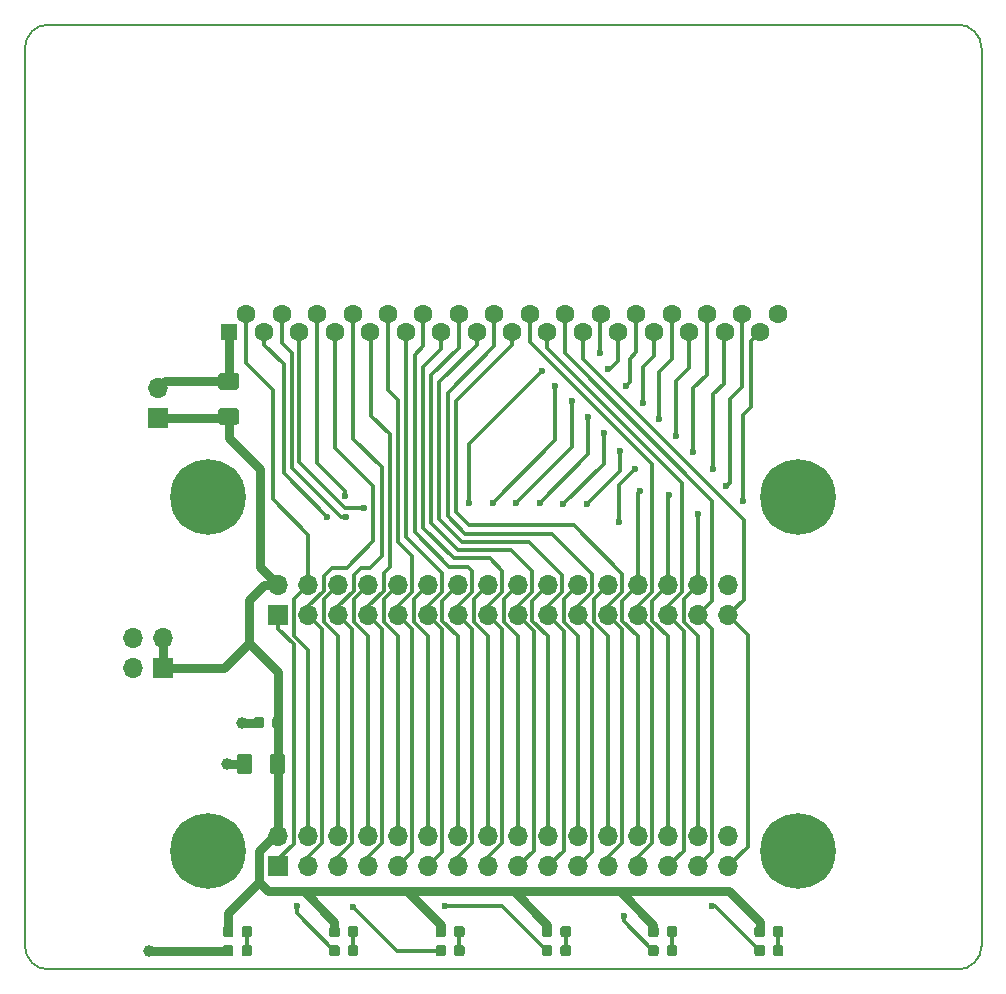
<source format=gbr>
G04 #@! TF.GenerationSoftware,KiCad,Pcbnew,5.1.5-52549c5~84~ubuntu19.10.1*
G04 #@! TF.CreationDate,2020-02-14T21:39:38+02:00*
G04 #@! TF.ProjectId,GB-BRK-SLOT-B,47422d42-524b-42d5-934c-4f542d422e6b,v1.0*
G04 #@! TF.SameCoordinates,Original*
G04 #@! TF.FileFunction,Copper,L1,Top*
G04 #@! TF.FilePolarity,Positive*
%FSLAX46Y46*%
G04 Gerber Fmt 4.6, Leading zero omitted, Abs format (unit mm)*
G04 Created by KiCad (PCBNEW 5.1.5-52549c5~84~ubuntu19.10.1) date 2020-02-14 21:39:38*
%MOMM*%
%LPD*%
G04 APERTURE LIST*
%ADD10C,0.150000*%
%ADD11R,1.400000X1.400000*%
%ADD12C,1.600000*%
%ADD13O,1.700000X1.700000*%
%ADD14R,1.700000X1.700000*%
%ADD15C,0.100000*%
%ADD16C,0.800000*%
%ADD17C,6.400000*%
%ADD18C,1.000000*%
%ADD19C,0.600000*%
%ADD20C,0.320000*%
%ADD21C,0.800000*%
G04 APERTURE END LIST*
D10*
X128000000Y-148000000D02*
G75*
G02X126000000Y-150000000I-2000000J0D01*
G01*
X49000000Y-150000000D02*
G75*
G02X47000000Y-148000000I0J2000000D01*
G01*
X47000000Y-72000000D02*
G75*
G02X49000000Y-70000000I2000000J0D01*
G01*
X126000000Y-70000000D02*
G75*
G02X128000000Y-72000000I0J-2000000D01*
G01*
X128000000Y-72000000D02*
X128000000Y-148000000D01*
X49000000Y-70000000D02*
X126000000Y-70000000D01*
X49000000Y-150000000D02*
X126000000Y-150000000D01*
X47000000Y-72000000D02*
X47000000Y-148000000D01*
D11*
X64250000Y-96000000D03*
D12*
X65750000Y-94500000D03*
X67250000Y-96000000D03*
X68750000Y-94500000D03*
X70250000Y-96000000D03*
X71750000Y-94500000D03*
X73250000Y-96000000D03*
X74750000Y-94500000D03*
X76250000Y-96000000D03*
X77750000Y-94500000D03*
X79250000Y-96000000D03*
X80750000Y-94500000D03*
X82250000Y-96000000D03*
X83750000Y-94500000D03*
X85250000Y-96000000D03*
X86750000Y-94500000D03*
X88250000Y-96000000D03*
X89750000Y-94500000D03*
X91250000Y-96000000D03*
X92750000Y-94500000D03*
X94250000Y-96000000D03*
X95750000Y-94500000D03*
X97250000Y-96000000D03*
X98750000Y-94500000D03*
X100250000Y-96000000D03*
X101750000Y-94500000D03*
X103250000Y-96000000D03*
X104750000Y-94500000D03*
X106250000Y-96000000D03*
X107750000Y-94500000D03*
X109250000Y-96000000D03*
X110750000Y-94500000D03*
D13*
X58300000Y-100760000D03*
D14*
X58300000Y-103300000D03*
G04 #@! TA.AperFunction,SMDPad,CuDef*
D15*
G36*
X64899504Y-102466204D02*
G01*
X64923773Y-102469804D01*
X64947571Y-102475765D01*
X64970671Y-102484030D01*
X64992849Y-102494520D01*
X65013893Y-102507133D01*
X65033598Y-102521747D01*
X65051777Y-102538223D01*
X65068253Y-102556402D01*
X65082867Y-102576107D01*
X65095480Y-102597151D01*
X65105970Y-102619329D01*
X65114235Y-102642429D01*
X65120196Y-102666227D01*
X65123796Y-102690496D01*
X65125000Y-102715000D01*
X65125000Y-103640000D01*
X65123796Y-103664504D01*
X65120196Y-103688773D01*
X65114235Y-103712571D01*
X65105970Y-103735671D01*
X65095480Y-103757849D01*
X65082867Y-103778893D01*
X65068253Y-103798598D01*
X65051777Y-103816777D01*
X65033598Y-103833253D01*
X65013893Y-103847867D01*
X64992849Y-103860480D01*
X64970671Y-103870970D01*
X64947571Y-103879235D01*
X64923773Y-103885196D01*
X64899504Y-103888796D01*
X64875000Y-103890000D01*
X63625000Y-103890000D01*
X63600496Y-103888796D01*
X63576227Y-103885196D01*
X63552429Y-103879235D01*
X63529329Y-103870970D01*
X63507151Y-103860480D01*
X63486107Y-103847867D01*
X63466402Y-103833253D01*
X63448223Y-103816777D01*
X63431747Y-103798598D01*
X63417133Y-103778893D01*
X63404520Y-103757849D01*
X63394030Y-103735671D01*
X63385765Y-103712571D01*
X63379804Y-103688773D01*
X63376204Y-103664504D01*
X63375000Y-103640000D01*
X63375000Y-102715000D01*
X63376204Y-102690496D01*
X63379804Y-102666227D01*
X63385765Y-102642429D01*
X63394030Y-102619329D01*
X63404520Y-102597151D01*
X63417133Y-102576107D01*
X63431747Y-102556402D01*
X63448223Y-102538223D01*
X63466402Y-102521747D01*
X63486107Y-102507133D01*
X63507151Y-102494520D01*
X63529329Y-102484030D01*
X63552429Y-102475765D01*
X63576227Y-102469804D01*
X63600496Y-102466204D01*
X63625000Y-102465000D01*
X64875000Y-102465000D01*
X64899504Y-102466204D01*
G37*
G04 #@! TD.AperFunction*
G04 #@! TA.AperFunction,SMDPad,CuDef*
G36*
X64899504Y-99491204D02*
G01*
X64923773Y-99494804D01*
X64947571Y-99500765D01*
X64970671Y-99509030D01*
X64992849Y-99519520D01*
X65013893Y-99532133D01*
X65033598Y-99546747D01*
X65051777Y-99563223D01*
X65068253Y-99581402D01*
X65082867Y-99601107D01*
X65095480Y-99622151D01*
X65105970Y-99644329D01*
X65114235Y-99667429D01*
X65120196Y-99691227D01*
X65123796Y-99715496D01*
X65125000Y-99740000D01*
X65125000Y-100665000D01*
X65123796Y-100689504D01*
X65120196Y-100713773D01*
X65114235Y-100737571D01*
X65105970Y-100760671D01*
X65095480Y-100782849D01*
X65082867Y-100803893D01*
X65068253Y-100823598D01*
X65051777Y-100841777D01*
X65033598Y-100858253D01*
X65013893Y-100872867D01*
X64992849Y-100885480D01*
X64970671Y-100895970D01*
X64947571Y-100904235D01*
X64923773Y-100910196D01*
X64899504Y-100913796D01*
X64875000Y-100915000D01*
X63625000Y-100915000D01*
X63600496Y-100913796D01*
X63576227Y-100910196D01*
X63552429Y-100904235D01*
X63529329Y-100895970D01*
X63507151Y-100885480D01*
X63486107Y-100872867D01*
X63466402Y-100858253D01*
X63448223Y-100841777D01*
X63431747Y-100823598D01*
X63417133Y-100803893D01*
X63404520Y-100782849D01*
X63394030Y-100760671D01*
X63385765Y-100737571D01*
X63379804Y-100713773D01*
X63376204Y-100689504D01*
X63375000Y-100665000D01*
X63375000Y-99740000D01*
X63376204Y-99715496D01*
X63379804Y-99691227D01*
X63385765Y-99667429D01*
X63394030Y-99644329D01*
X63404520Y-99622151D01*
X63417133Y-99601107D01*
X63431747Y-99581402D01*
X63448223Y-99563223D01*
X63466402Y-99546747D01*
X63486107Y-99532133D01*
X63507151Y-99519520D01*
X63529329Y-99509030D01*
X63552429Y-99500765D01*
X63576227Y-99494804D01*
X63600496Y-99491204D01*
X63625000Y-99490000D01*
X64875000Y-99490000D01*
X64899504Y-99491204D01*
G37*
G04 #@! TD.AperFunction*
G04 #@! TA.AperFunction,SMDPad,CuDef*
G36*
X66027691Y-147926053D02*
G01*
X66048926Y-147929203D01*
X66069750Y-147934419D01*
X66089962Y-147941651D01*
X66109368Y-147950830D01*
X66127781Y-147961866D01*
X66145024Y-147974654D01*
X66160930Y-147989070D01*
X66175346Y-148004976D01*
X66188134Y-148022219D01*
X66199170Y-148040632D01*
X66208349Y-148060038D01*
X66215581Y-148080250D01*
X66220797Y-148101074D01*
X66223947Y-148122309D01*
X66225000Y-148143750D01*
X66225000Y-148656250D01*
X66223947Y-148677691D01*
X66220797Y-148698926D01*
X66215581Y-148719750D01*
X66208349Y-148739962D01*
X66199170Y-148759368D01*
X66188134Y-148777781D01*
X66175346Y-148795024D01*
X66160930Y-148810930D01*
X66145024Y-148825346D01*
X66127781Y-148838134D01*
X66109368Y-148849170D01*
X66089962Y-148858349D01*
X66069750Y-148865581D01*
X66048926Y-148870797D01*
X66027691Y-148873947D01*
X66006250Y-148875000D01*
X65568750Y-148875000D01*
X65547309Y-148873947D01*
X65526074Y-148870797D01*
X65505250Y-148865581D01*
X65485038Y-148858349D01*
X65465632Y-148849170D01*
X65447219Y-148838134D01*
X65429976Y-148825346D01*
X65414070Y-148810930D01*
X65399654Y-148795024D01*
X65386866Y-148777781D01*
X65375830Y-148759368D01*
X65366651Y-148739962D01*
X65359419Y-148719750D01*
X65354203Y-148698926D01*
X65351053Y-148677691D01*
X65350000Y-148656250D01*
X65350000Y-148143750D01*
X65351053Y-148122309D01*
X65354203Y-148101074D01*
X65359419Y-148080250D01*
X65366651Y-148060038D01*
X65375830Y-148040632D01*
X65386866Y-148022219D01*
X65399654Y-148004976D01*
X65414070Y-147989070D01*
X65429976Y-147974654D01*
X65447219Y-147961866D01*
X65465632Y-147950830D01*
X65485038Y-147941651D01*
X65505250Y-147934419D01*
X65526074Y-147929203D01*
X65547309Y-147926053D01*
X65568750Y-147925000D01*
X66006250Y-147925000D01*
X66027691Y-147926053D01*
G37*
G04 #@! TD.AperFunction*
G04 #@! TA.AperFunction,SMDPad,CuDef*
G36*
X64452691Y-147926053D02*
G01*
X64473926Y-147929203D01*
X64494750Y-147934419D01*
X64514962Y-147941651D01*
X64534368Y-147950830D01*
X64552781Y-147961866D01*
X64570024Y-147974654D01*
X64585930Y-147989070D01*
X64600346Y-148004976D01*
X64613134Y-148022219D01*
X64624170Y-148040632D01*
X64633349Y-148060038D01*
X64640581Y-148080250D01*
X64645797Y-148101074D01*
X64648947Y-148122309D01*
X64650000Y-148143750D01*
X64650000Y-148656250D01*
X64648947Y-148677691D01*
X64645797Y-148698926D01*
X64640581Y-148719750D01*
X64633349Y-148739962D01*
X64624170Y-148759368D01*
X64613134Y-148777781D01*
X64600346Y-148795024D01*
X64585930Y-148810930D01*
X64570024Y-148825346D01*
X64552781Y-148838134D01*
X64534368Y-148849170D01*
X64514962Y-148858349D01*
X64494750Y-148865581D01*
X64473926Y-148870797D01*
X64452691Y-148873947D01*
X64431250Y-148875000D01*
X63993750Y-148875000D01*
X63972309Y-148873947D01*
X63951074Y-148870797D01*
X63930250Y-148865581D01*
X63910038Y-148858349D01*
X63890632Y-148849170D01*
X63872219Y-148838134D01*
X63854976Y-148825346D01*
X63839070Y-148810930D01*
X63824654Y-148795024D01*
X63811866Y-148777781D01*
X63800830Y-148759368D01*
X63791651Y-148739962D01*
X63784419Y-148719750D01*
X63779203Y-148698926D01*
X63776053Y-148677691D01*
X63775000Y-148656250D01*
X63775000Y-148143750D01*
X63776053Y-148122309D01*
X63779203Y-148101074D01*
X63784419Y-148080250D01*
X63791651Y-148060038D01*
X63800830Y-148040632D01*
X63811866Y-148022219D01*
X63824654Y-148004976D01*
X63839070Y-147989070D01*
X63854976Y-147974654D01*
X63872219Y-147961866D01*
X63890632Y-147950830D01*
X63910038Y-147941651D01*
X63930250Y-147934419D01*
X63951074Y-147929203D01*
X63972309Y-147926053D01*
X63993750Y-147925000D01*
X64431250Y-147925000D01*
X64452691Y-147926053D01*
G37*
G04 #@! TD.AperFunction*
D13*
X106550000Y-117460000D03*
X106550000Y-120000000D03*
X104010000Y-117460000D03*
X104010000Y-120000000D03*
X101470000Y-117460000D03*
X101470000Y-120000000D03*
X98930000Y-117460000D03*
X98930000Y-120000000D03*
X96390000Y-117460000D03*
X96390000Y-120000000D03*
X93850000Y-117460000D03*
X93850000Y-120000000D03*
X91310000Y-117460000D03*
X91310000Y-120000000D03*
X88770000Y-117460000D03*
X88770000Y-120000000D03*
X86230000Y-117460000D03*
X86230000Y-120000000D03*
X83690000Y-117460000D03*
X83690000Y-120000000D03*
X81150000Y-117460000D03*
X81150000Y-120000000D03*
X78610000Y-117460000D03*
X78610000Y-120000000D03*
X76070000Y-117460000D03*
X76070000Y-120000000D03*
X73530000Y-117460000D03*
X73530000Y-120000000D03*
X70990000Y-117460000D03*
X70990000Y-120000000D03*
X68450000Y-117460000D03*
D14*
X68450000Y-120000000D03*
G04 #@! TA.AperFunction,SMDPad,CuDef*
D15*
G36*
X66027691Y-146326053D02*
G01*
X66048926Y-146329203D01*
X66069750Y-146334419D01*
X66089962Y-146341651D01*
X66109368Y-146350830D01*
X66127781Y-146361866D01*
X66145024Y-146374654D01*
X66160930Y-146389070D01*
X66175346Y-146404976D01*
X66188134Y-146422219D01*
X66199170Y-146440632D01*
X66208349Y-146460038D01*
X66215581Y-146480250D01*
X66220797Y-146501074D01*
X66223947Y-146522309D01*
X66225000Y-146543750D01*
X66225000Y-147056250D01*
X66223947Y-147077691D01*
X66220797Y-147098926D01*
X66215581Y-147119750D01*
X66208349Y-147139962D01*
X66199170Y-147159368D01*
X66188134Y-147177781D01*
X66175346Y-147195024D01*
X66160930Y-147210930D01*
X66145024Y-147225346D01*
X66127781Y-147238134D01*
X66109368Y-147249170D01*
X66089962Y-147258349D01*
X66069750Y-147265581D01*
X66048926Y-147270797D01*
X66027691Y-147273947D01*
X66006250Y-147275000D01*
X65568750Y-147275000D01*
X65547309Y-147273947D01*
X65526074Y-147270797D01*
X65505250Y-147265581D01*
X65485038Y-147258349D01*
X65465632Y-147249170D01*
X65447219Y-147238134D01*
X65429976Y-147225346D01*
X65414070Y-147210930D01*
X65399654Y-147195024D01*
X65386866Y-147177781D01*
X65375830Y-147159368D01*
X65366651Y-147139962D01*
X65359419Y-147119750D01*
X65354203Y-147098926D01*
X65351053Y-147077691D01*
X65350000Y-147056250D01*
X65350000Y-146543750D01*
X65351053Y-146522309D01*
X65354203Y-146501074D01*
X65359419Y-146480250D01*
X65366651Y-146460038D01*
X65375830Y-146440632D01*
X65386866Y-146422219D01*
X65399654Y-146404976D01*
X65414070Y-146389070D01*
X65429976Y-146374654D01*
X65447219Y-146361866D01*
X65465632Y-146350830D01*
X65485038Y-146341651D01*
X65505250Y-146334419D01*
X65526074Y-146329203D01*
X65547309Y-146326053D01*
X65568750Y-146325000D01*
X66006250Y-146325000D01*
X66027691Y-146326053D01*
G37*
G04 #@! TD.AperFunction*
G04 #@! TA.AperFunction,SMDPad,CuDef*
G36*
X64452691Y-146326053D02*
G01*
X64473926Y-146329203D01*
X64494750Y-146334419D01*
X64514962Y-146341651D01*
X64534368Y-146350830D01*
X64552781Y-146361866D01*
X64570024Y-146374654D01*
X64585930Y-146389070D01*
X64600346Y-146404976D01*
X64613134Y-146422219D01*
X64624170Y-146440632D01*
X64633349Y-146460038D01*
X64640581Y-146480250D01*
X64645797Y-146501074D01*
X64648947Y-146522309D01*
X64650000Y-146543750D01*
X64650000Y-147056250D01*
X64648947Y-147077691D01*
X64645797Y-147098926D01*
X64640581Y-147119750D01*
X64633349Y-147139962D01*
X64624170Y-147159368D01*
X64613134Y-147177781D01*
X64600346Y-147195024D01*
X64585930Y-147210930D01*
X64570024Y-147225346D01*
X64552781Y-147238134D01*
X64534368Y-147249170D01*
X64514962Y-147258349D01*
X64494750Y-147265581D01*
X64473926Y-147270797D01*
X64452691Y-147273947D01*
X64431250Y-147275000D01*
X63993750Y-147275000D01*
X63972309Y-147273947D01*
X63951074Y-147270797D01*
X63930250Y-147265581D01*
X63910038Y-147258349D01*
X63890632Y-147249170D01*
X63872219Y-147238134D01*
X63854976Y-147225346D01*
X63839070Y-147210930D01*
X63824654Y-147195024D01*
X63811866Y-147177781D01*
X63800830Y-147159368D01*
X63791651Y-147139962D01*
X63784419Y-147119750D01*
X63779203Y-147098926D01*
X63776053Y-147077691D01*
X63775000Y-147056250D01*
X63775000Y-146543750D01*
X63776053Y-146522309D01*
X63779203Y-146501074D01*
X63784419Y-146480250D01*
X63791651Y-146460038D01*
X63800830Y-146440632D01*
X63811866Y-146422219D01*
X63824654Y-146404976D01*
X63839070Y-146389070D01*
X63854976Y-146374654D01*
X63872219Y-146361866D01*
X63890632Y-146350830D01*
X63910038Y-146341651D01*
X63930250Y-146334419D01*
X63951074Y-146329203D01*
X63972309Y-146326053D01*
X63993750Y-146325000D01*
X64431250Y-146325000D01*
X64452691Y-146326053D01*
G37*
G04 #@! TD.AperFunction*
G04 #@! TA.AperFunction,SMDPad,CuDef*
G36*
X65999504Y-131726204D02*
G01*
X66023773Y-131729804D01*
X66047571Y-131735765D01*
X66070671Y-131744030D01*
X66092849Y-131754520D01*
X66113893Y-131767133D01*
X66133598Y-131781747D01*
X66151777Y-131798223D01*
X66168253Y-131816402D01*
X66182867Y-131836107D01*
X66195480Y-131857151D01*
X66205970Y-131879329D01*
X66214235Y-131902429D01*
X66220196Y-131926227D01*
X66223796Y-131950496D01*
X66225000Y-131975000D01*
X66225000Y-133225000D01*
X66223796Y-133249504D01*
X66220196Y-133273773D01*
X66214235Y-133297571D01*
X66205970Y-133320671D01*
X66195480Y-133342849D01*
X66182867Y-133363893D01*
X66168253Y-133383598D01*
X66151777Y-133401777D01*
X66133598Y-133418253D01*
X66113893Y-133432867D01*
X66092849Y-133445480D01*
X66070671Y-133455970D01*
X66047571Y-133464235D01*
X66023773Y-133470196D01*
X65999504Y-133473796D01*
X65975000Y-133475000D01*
X65225000Y-133475000D01*
X65200496Y-133473796D01*
X65176227Y-133470196D01*
X65152429Y-133464235D01*
X65129329Y-133455970D01*
X65107151Y-133445480D01*
X65086107Y-133432867D01*
X65066402Y-133418253D01*
X65048223Y-133401777D01*
X65031747Y-133383598D01*
X65017133Y-133363893D01*
X65004520Y-133342849D01*
X64994030Y-133320671D01*
X64985765Y-133297571D01*
X64979804Y-133273773D01*
X64976204Y-133249504D01*
X64975000Y-133225000D01*
X64975000Y-131975000D01*
X64976204Y-131950496D01*
X64979804Y-131926227D01*
X64985765Y-131902429D01*
X64994030Y-131879329D01*
X65004520Y-131857151D01*
X65017133Y-131836107D01*
X65031747Y-131816402D01*
X65048223Y-131798223D01*
X65066402Y-131781747D01*
X65086107Y-131767133D01*
X65107151Y-131754520D01*
X65129329Y-131744030D01*
X65152429Y-131735765D01*
X65176227Y-131729804D01*
X65200496Y-131726204D01*
X65225000Y-131725000D01*
X65975000Y-131725000D01*
X65999504Y-131726204D01*
G37*
G04 #@! TD.AperFunction*
G04 #@! TA.AperFunction,SMDPad,CuDef*
G36*
X68799504Y-131726204D02*
G01*
X68823773Y-131729804D01*
X68847571Y-131735765D01*
X68870671Y-131744030D01*
X68892849Y-131754520D01*
X68913893Y-131767133D01*
X68933598Y-131781747D01*
X68951777Y-131798223D01*
X68968253Y-131816402D01*
X68982867Y-131836107D01*
X68995480Y-131857151D01*
X69005970Y-131879329D01*
X69014235Y-131902429D01*
X69020196Y-131926227D01*
X69023796Y-131950496D01*
X69025000Y-131975000D01*
X69025000Y-133225000D01*
X69023796Y-133249504D01*
X69020196Y-133273773D01*
X69014235Y-133297571D01*
X69005970Y-133320671D01*
X68995480Y-133342849D01*
X68982867Y-133363893D01*
X68968253Y-133383598D01*
X68951777Y-133401777D01*
X68933598Y-133418253D01*
X68913893Y-133432867D01*
X68892849Y-133445480D01*
X68870671Y-133455970D01*
X68847571Y-133464235D01*
X68823773Y-133470196D01*
X68799504Y-133473796D01*
X68775000Y-133475000D01*
X68025000Y-133475000D01*
X68000496Y-133473796D01*
X67976227Y-133470196D01*
X67952429Y-133464235D01*
X67929329Y-133455970D01*
X67907151Y-133445480D01*
X67886107Y-133432867D01*
X67866402Y-133418253D01*
X67848223Y-133401777D01*
X67831747Y-133383598D01*
X67817133Y-133363893D01*
X67804520Y-133342849D01*
X67794030Y-133320671D01*
X67785765Y-133297571D01*
X67779804Y-133273773D01*
X67776204Y-133249504D01*
X67775000Y-133225000D01*
X67775000Y-131975000D01*
X67776204Y-131950496D01*
X67779804Y-131926227D01*
X67785765Y-131902429D01*
X67794030Y-131879329D01*
X67804520Y-131857151D01*
X67817133Y-131836107D01*
X67831747Y-131816402D01*
X67848223Y-131798223D01*
X67866402Y-131781747D01*
X67886107Y-131767133D01*
X67907151Y-131754520D01*
X67929329Y-131744030D01*
X67952429Y-131735765D01*
X67976227Y-131729804D01*
X68000496Y-131726204D01*
X68025000Y-131725000D01*
X68775000Y-131725000D01*
X68799504Y-131726204D01*
G37*
G04 #@! TD.AperFunction*
G04 #@! TA.AperFunction,SMDPad,CuDef*
G36*
X67052691Y-128626053D02*
G01*
X67073926Y-128629203D01*
X67094750Y-128634419D01*
X67114962Y-128641651D01*
X67134368Y-128650830D01*
X67152781Y-128661866D01*
X67170024Y-128674654D01*
X67185930Y-128689070D01*
X67200346Y-128704976D01*
X67213134Y-128722219D01*
X67224170Y-128740632D01*
X67233349Y-128760038D01*
X67240581Y-128780250D01*
X67245797Y-128801074D01*
X67248947Y-128822309D01*
X67250000Y-128843750D01*
X67250000Y-129356250D01*
X67248947Y-129377691D01*
X67245797Y-129398926D01*
X67240581Y-129419750D01*
X67233349Y-129439962D01*
X67224170Y-129459368D01*
X67213134Y-129477781D01*
X67200346Y-129495024D01*
X67185930Y-129510930D01*
X67170024Y-129525346D01*
X67152781Y-129538134D01*
X67134368Y-129549170D01*
X67114962Y-129558349D01*
X67094750Y-129565581D01*
X67073926Y-129570797D01*
X67052691Y-129573947D01*
X67031250Y-129575000D01*
X66593750Y-129575000D01*
X66572309Y-129573947D01*
X66551074Y-129570797D01*
X66530250Y-129565581D01*
X66510038Y-129558349D01*
X66490632Y-129549170D01*
X66472219Y-129538134D01*
X66454976Y-129525346D01*
X66439070Y-129510930D01*
X66424654Y-129495024D01*
X66411866Y-129477781D01*
X66400830Y-129459368D01*
X66391651Y-129439962D01*
X66384419Y-129419750D01*
X66379203Y-129398926D01*
X66376053Y-129377691D01*
X66375000Y-129356250D01*
X66375000Y-128843750D01*
X66376053Y-128822309D01*
X66379203Y-128801074D01*
X66384419Y-128780250D01*
X66391651Y-128760038D01*
X66400830Y-128740632D01*
X66411866Y-128722219D01*
X66424654Y-128704976D01*
X66439070Y-128689070D01*
X66454976Y-128674654D01*
X66472219Y-128661866D01*
X66490632Y-128650830D01*
X66510038Y-128641651D01*
X66530250Y-128634419D01*
X66551074Y-128629203D01*
X66572309Y-128626053D01*
X66593750Y-128625000D01*
X67031250Y-128625000D01*
X67052691Y-128626053D01*
G37*
G04 #@! TD.AperFunction*
G04 #@! TA.AperFunction,SMDPad,CuDef*
G36*
X68627691Y-128626053D02*
G01*
X68648926Y-128629203D01*
X68669750Y-128634419D01*
X68689962Y-128641651D01*
X68709368Y-128650830D01*
X68727781Y-128661866D01*
X68745024Y-128674654D01*
X68760930Y-128689070D01*
X68775346Y-128704976D01*
X68788134Y-128722219D01*
X68799170Y-128740632D01*
X68808349Y-128760038D01*
X68815581Y-128780250D01*
X68820797Y-128801074D01*
X68823947Y-128822309D01*
X68825000Y-128843750D01*
X68825000Y-129356250D01*
X68823947Y-129377691D01*
X68820797Y-129398926D01*
X68815581Y-129419750D01*
X68808349Y-129439962D01*
X68799170Y-129459368D01*
X68788134Y-129477781D01*
X68775346Y-129495024D01*
X68760930Y-129510930D01*
X68745024Y-129525346D01*
X68727781Y-129538134D01*
X68709368Y-129549170D01*
X68689962Y-129558349D01*
X68669750Y-129565581D01*
X68648926Y-129570797D01*
X68627691Y-129573947D01*
X68606250Y-129575000D01*
X68168750Y-129575000D01*
X68147309Y-129573947D01*
X68126074Y-129570797D01*
X68105250Y-129565581D01*
X68085038Y-129558349D01*
X68065632Y-129549170D01*
X68047219Y-129538134D01*
X68029976Y-129525346D01*
X68014070Y-129510930D01*
X67999654Y-129495024D01*
X67986866Y-129477781D01*
X67975830Y-129459368D01*
X67966651Y-129439962D01*
X67959419Y-129419750D01*
X67954203Y-129398926D01*
X67951053Y-129377691D01*
X67950000Y-129356250D01*
X67950000Y-128843750D01*
X67951053Y-128822309D01*
X67954203Y-128801074D01*
X67959419Y-128780250D01*
X67966651Y-128760038D01*
X67975830Y-128740632D01*
X67986866Y-128722219D01*
X67999654Y-128704976D01*
X68014070Y-128689070D01*
X68029976Y-128674654D01*
X68047219Y-128661866D01*
X68065632Y-128650830D01*
X68085038Y-128641651D01*
X68105250Y-128634419D01*
X68126074Y-128629203D01*
X68147309Y-128626053D01*
X68168750Y-128625000D01*
X68606250Y-128625000D01*
X68627691Y-128626053D01*
G37*
G04 #@! TD.AperFunction*
D13*
X106550000Y-138730000D03*
X106550000Y-141270000D03*
X104010000Y-138730000D03*
X104010000Y-141270000D03*
X101470000Y-138730000D03*
X101470000Y-141270000D03*
X98930000Y-138730000D03*
X98930000Y-141270000D03*
X96390000Y-138730000D03*
X96390000Y-141270000D03*
X93850000Y-138730000D03*
X93850000Y-141270000D03*
X91310000Y-138730000D03*
X91310000Y-141270000D03*
X88770000Y-138730000D03*
X88770000Y-141270000D03*
X86230000Y-138730000D03*
X86230000Y-141270000D03*
X83690000Y-138730000D03*
X83690000Y-141270000D03*
X81150000Y-138730000D03*
X81150000Y-141270000D03*
X78610000Y-138730000D03*
X78610000Y-141270000D03*
X76070000Y-138730000D03*
X76070000Y-141270000D03*
X73530000Y-138730000D03*
X73530000Y-141270000D03*
X70990000Y-138730000D03*
X70990000Y-141270000D03*
X68450000Y-138730000D03*
D14*
X68450000Y-141270000D03*
G04 #@! TA.AperFunction,SMDPad,CuDef*
D15*
G36*
X102027691Y-147926053D02*
G01*
X102048926Y-147929203D01*
X102069750Y-147934419D01*
X102089962Y-147941651D01*
X102109368Y-147950830D01*
X102127781Y-147961866D01*
X102145024Y-147974654D01*
X102160930Y-147989070D01*
X102175346Y-148004976D01*
X102188134Y-148022219D01*
X102199170Y-148040632D01*
X102208349Y-148060038D01*
X102215581Y-148080250D01*
X102220797Y-148101074D01*
X102223947Y-148122309D01*
X102225000Y-148143750D01*
X102225000Y-148656250D01*
X102223947Y-148677691D01*
X102220797Y-148698926D01*
X102215581Y-148719750D01*
X102208349Y-148739962D01*
X102199170Y-148759368D01*
X102188134Y-148777781D01*
X102175346Y-148795024D01*
X102160930Y-148810930D01*
X102145024Y-148825346D01*
X102127781Y-148838134D01*
X102109368Y-148849170D01*
X102089962Y-148858349D01*
X102069750Y-148865581D01*
X102048926Y-148870797D01*
X102027691Y-148873947D01*
X102006250Y-148875000D01*
X101568750Y-148875000D01*
X101547309Y-148873947D01*
X101526074Y-148870797D01*
X101505250Y-148865581D01*
X101485038Y-148858349D01*
X101465632Y-148849170D01*
X101447219Y-148838134D01*
X101429976Y-148825346D01*
X101414070Y-148810930D01*
X101399654Y-148795024D01*
X101386866Y-148777781D01*
X101375830Y-148759368D01*
X101366651Y-148739962D01*
X101359419Y-148719750D01*
X101354203Y-148698926D01*
X101351053Y-148677691D01*
X101350000Y-148656250D01*
X101350000Y-148143750D01*
X101351053Y-148122309D01*
X101354203Y-148101074D01*
X101359419Y-148080250D01*
X101366651Y-148060038D01*
X101375830Y-148040632D01*
X101386866Y-148022219D01*
X101399654Y-148004976D01*
X101414070Y-147989070D01*
X101429976Y-147974654D01*
X101447219Y-147961866D01*
X101465632Y-147950830D01*
X101485038Y-147941651D01*
X101505250Y-147934419D01*
X101526074Y-147929203D01*
X101547309Y-147926053D01*
X101568750Y-147925000D01*
X102006250Y-147925000D01*
X102027691Y-147926053D01*
G37*
G04 #@! TD.AperFunction*
G04 #@! TA.AperFunction,SMDPad,CuDef*
G36*
X100452691Y-147926053D02*
G01*
X100473926Y-147929203D01*
X100494750Y-147934419D01*
X100514962Y-147941651D01*
X100534368Y-147950830D01*
X100552781Y-147961866D01*
X100570024Y-147974654D01*
X100585930Y-147989070D01*
X100600346Y-148004976D01*
X100613134Y-148022219D01*
X100624170Y-148040632D01*
X100633349Y-148060038D01*
X100640581Y-148080250D01*
X100645797Y-148101074D01*
X100648947Y-148122309D01*
X100650000Y-148143750D01*
X100650000Y-148656250D01*
X100648947Y-148677691D01*
X100645797Y-148698926D01*
X100640581Y-148719750D01*
X100633349Y-148739962D01*
X100624170Y-148759368D01*
X100613134Y-148777781D01*
X100600346Y-148795024D01*
X100585930Y-148810930D01*
X100570024Y-148825346D01*
X100552781Y-148838134D01*
X100534368Y-148849170D01*
X100514962Y-148858349D01*
X100494750Y-148865581D01*
X100473926Y-148870797D01*
X100452691Y-148873947D01*
X100431250Y-148875000D01*
X99993750Y-148875000D01*
X99972309Y-148873947D01*
X99951074Y-148870797D01*
X99930250Y-148865581D01*
X99910038Y-148858349D01*
X99890632Y-148849170D01*
X99872219Y-148838134D01*
X99854976Y-148825346D01*
X99839070Y-148810930D01*
X99824654Y-148795024D01*
X99811866Y-148777781D01*
X99800830Y-148759368D01*
X99791651Y-148739962D01*
X99784419Y-148719750D01*
X99779203Y-148698926D01*
X99776053Y-148677691D01*
X99775000Y-148656250D01*
X99775000Y-148143750D01*
X99776053Y-148122309D01*
X99779203Y-148101074D01*
X99784419Y-148080250D01*
X99791651Y-148060038D01*
X99800830Y-148040632D01*
X99811866Y-148022219D01*
X99824654Y-148004976D01*
X99839070Y-147989070D01*
X99854976Y-147974654D01*
X99872219Y-147961866D01*
X99890632Y-147950830D01*
X99910038Y-147941651D01*
X99930250Y-147934419D01*
X99951074Y-147929203D01*
X99972309Y-147926053D01*
X99993750Y-147925000D01*
X100431250Y-147925000D01*
X100452691Y-147926053D01*
G37*
G04 #@! TD.AperFunction*
G04 #@! TA.AperFunction,SMDPad,CuDef*
G36*
X75027691Y-147926053D02*
G01*
X75048926Y-147929203D01*
X75069750Y-147934419D01*
X75089962Y-147941651D01*
X75109368Y-147950830D01*
X75127781Y-147961866D01*
X75145024Y-147974654D01*
X75160930Y-147989070D01*
X75175346Y-148004976D01*
X75188134Y-148022219D01*
X75199170Y-148040632D01*
X75208349Y-148060038D01*
X75215581Y-148080250D01*
X75220797Y-148101074D01*
X75223947Y-148122309D01*
X75225000Y-148143750D01*
X75225000Y-148656250D01*
X75223947Y-148677691D01*
X75220797Y-148698926D01*
X75215581Y-148719750D01*
X75208349Y-148739962D01*
X75199170Y-148759368D01*
X75188134Y-148777781D01*
X75175346Y-148795024D01*
X75160930Y-148810930D01*
X75145024Y-148825346D01*
X75127781Y-148838134D01*
X75109368Y-148849170D01*
X75089962Y-148858349D01*
X75069750Y-148865581D01*
X75048926Y-148870797D01*
X75027691Y-148873947D01*
X75006250Y-148875000D01*
X74568750Y-148875000D01*
X74547309Y-148873947D01*
X74526074Y-148870797D01*
X74505250Y-148865581D01*
X74485038Y-148858349D01*
X74465632Y-148849170D01*
X74447219Y-148838134D01*
X74429976Y-148825346D01*
X74414070Y-148810930D01*
X74399654Y-148795024D01*
X74386866Y-148777781D01*
X74375830Y-148759368D01*
X74366651Y-148739962D01*
X74359419Y-148719750D01*
X74354203Y-148698926D01*
X74351053Y-148677691D01*
X74350000Y-148656250D01*
X74350000Y-148143750D01*
X74351053Y-148122309D01*
X74354203Y-148101074D01*
X74359419Y-148080250D01*
X74366651Y-148060038D01*
X74375830Y-148040632D01*
X74386866Y-148022219D01*
X74399654Y-148004976D01*
X74414070Y-147989070D01*
X74429976Y-147974654D01*
X74447219Y-147961866D01*
X74465632Y-147950830D01*
X74485038Y-147941651D01*
X74505250Y-147934419D01*
X74526074Y-147929203D01*
X74547309Y-147926053D01*
X74568750Y-147925000D01*
X75006250Y-147925000D01*
X75027691Y-147926053D01*
G37*
G04 #@! TD.AperFunction*
G04 #@! TA.AperFunction,SMDPad,CuDef*
G36*
X73452691Y-147926053D02*
G01*
X73473926Y-147929203D01*
X73494750Y-147934419D01*
X73514962Y-147941651D01*
X73534368Y-147950830D01*
X73552781Y-147961866D01*
X73570024Y-147974654D01*
X73585930Y-147989070D01*
X73600346Y-148004976D01*
X73613134Y-148022219D01*
X73624170Y-148040632D01*
X73633349Y-148060038D01*
X73640581Y-148080250D01*
X73645797Y-148101074D01*
X73648947Y-148122309D01*
X73650000Y-148143750D01*
X73650000Y-148656250D01*
X73648947Y-148677691D01*
X73645797Y-148698926D01*
X73640581Y-148719750D01*
X73633349Y-148739962D01*
X73624170Y-148759368D01*
X73613134Y-148777781D01*
X73600346Y-148795024D01*
X73585930Y-148810930D01*
X73570024Y-148825346D01*
X73552781Y-148838134D01*
X73534368Y-148849170D01*
X73514962Y-148858349D01*
X73494750Y-148865581D01*
X73473926Y-148870797D01*
X73452691Y-148873947D01*
X73431250Y-148875000D01*
X72993750Y-148875000D01*
X72972309Y-148873947D01*
X72951074Y-148870797D01*
X72930250Y-148865581D01*
X72910038Y-148858349D01*
X72890632Y-148849170D01*
X72872219Y-148838134D01*
X72854976Y-148825346D01*
X72839070Y-148810930D01*
X72824654Y-148795024D01*
X72811866Y-148777781D01*
X72800830Y-148759368D01*
X72791651Y-148739962D01*
X72784419Y-148719750D01*
X72779203Y-148698926D01*
X72776053Y-148677691D01*
X72775000Y-148656250D01*
X72775000Y-148143750D01*
X72776053Y-148122309D01*
X72779203Y-148101074D01*
X72784419Y-148080250D01*
X72791651Y-148060038D01*
X72800830Y-148040632D01*
X72811866Y-148022219D01*
X72824654Y-148004976D01*
X72839070Y-147989070D01*
X72854976Y-147974654D01*
X72872219Y-147961866D01*
X72890632Y-147950830D01*
X72910038Y-147941651D01*
X72930250Y-147934419D01*
X72951074Y-147929203D01*
X72972309Y-147926053D01*
X72993750Y-147925000D01*
X73431250Y-147925000D01*
X73452691Y-147926053D01*
G37*
G04 #@! TD.AperFunction*
G04 #@! TA.AperFunction,SMDPad,CuDef*
G36*
X84027691Y-147926053D02*
G01*
X84048926Y-147929203D01*
X84069750Y-147934419D01*
X84089962Y-147941651D01*
X84109368Y-147950830D01*
X84127781Y-147961866D01*
X84145024Y-147974654D01*
X84160930Y-147989070D01*
X84175346Y-148004976D01*
X84188134Y-148022219D01*
X84199170Y-148040632D01*
X84208349Y-148060038D01*
X84215581Y-148080250D01*
X84220797Y-148101074D01*
X84223947Y-148122309D01*
X84225000Y-148143750D01*
X84225000Y-148656250D01*
X84223947Y-148677691D01*
X84220797Y-148698926D01*
X84215581Y-148719750D01*
X84208349Y-148739962D01*
X84199170Y-148759368D01*
X84188134Y-148777781D01*
X84175346Y-148795024D01*
X84160930Y-148810930D01*
X84145024Y-148825346D01*
X84127781Y-148838134D01*
X84109368Y-148849170D01*
X84089962Y-148858349D01*
X84069750Y-148865581D01*
X84048926Y-148870797D01*
X84027691Y-148873947D01*
X84006250Y-148875000D01*
X83568750Y-148875000D01*
X83547309Y-148873947D01*
X83526074Y-148870797D01*
X83505250Y-148865581D01*
X83485038Y-148858349D01*
X83465632Y-148849170D01*
X83447219Y-148838134D01*
X83429976Y-148825346D01*
X83414070Y-148810930D01*
X83399654Y-148795024D01*
X83386866Y-148777781D01*
X83375830Y-148759368D01*
X83366651Y-148739962D01*
X83359419Y-148719750D01*
X83354203Y-148698926D01*
X83351053Y-148677691D01*
X83350000Y-148656250D01*
X83350000Y-148143750D01*
X83351053Y-148122309D01*
X83354203Y-148101074D01*
X83359419Y-148080250D01*
X83366651Y-148060038D01*
X83375830Y-148040632D01*
X83386866Y-148022219D01*
X83399654Y-148004976D01*
X83414070Y-147989070D01*
X83429976Y-147974654D01*
X83447219Y-147961866D01*
X83465632Y-147950830D01*
X83485038Y-147941651D01*
X83505250Y-147934419D01*
X83526074Y-147929203D01*
X83547309Y-147926053D01*
X83568750Y-147925000D01*
X84006250Y-147925000D01*
X84027691Y-147926053D01*
G37*
G04 #@! TD.AperFunction*
G04 #@! TA.AperFunction,SMDPad,CuDef*
G36*
X82452691Y-147926053D02*
G01*
X82473926Y-147929203D01*
X82494750Y-147934419D01*
X82514962Y-147941651D01*
X82534368Y-147950830D01*
X82552781Y-147961866D01*
X82570024Y-147974654D01*
X82585930Y-147989070D01*
X82600346Y-148004976D01*
X82613134Y-148022219D01*
X82624170Y-148040632D01*
X82633349Y-148060038D01*
X82640581Y-148080250D01*
X82645797Y-148101074D01*
X82648947Y-148122309D01*
X82650000Y-148143750D01*
X82650000Y-148656250D01*
X82648947Y-148677691D01*
X82645797Y-148698926D01*
X82640581Y-148719750D01*
X82633349Y-148739962D01*
X82624170Y-148759368D01*
X82613134Y-148777781D01*
X82600346Y-148795024D01*
X82585930Y-148810930D01*
X82570024Y-148825346D01*
X82552781Y-148838134D01*
X82534368Y-148849170D01*
X82514962Y-148858349D01*
X82494750Y-148865581D01*
X82473926Y-148870797D01*
X82452691Y-148873947D01*
X82431250Y-148875000D01*
X81993750Y-148875000D01*
X81972309Y-148873947D01*
X81951074Y-148870797D01*
X81930250Y-148865581D01*
X81910038Y-148858349D01*
X81890632Y-148849170D01*
X81872219Y-148838134D01*
X81854976Y-148825346D01*
X81839070Y-148810930D01*
X81824654Y-148795024D01*
X81811866Y-148777781D01*
X81800830Y-148759368D01*
X81791651Y-148739962D01*
X81784419Y-148719750D01*
X81779203Y-148698926D01*
X81776053Y-148677691D01*
X81775000Y-148656250D01*
X81775000Y-148143750D01*
X81776053Y-148122309D01*
X81779203Y-148101074D01*
X81784419Y-148080250D01*
X81791651Y-148060038D01*
X81800830Y-148040632D01*
X81811866Y-148022219D01*
X81824654Y-148004976D01*
X81839070Y-147989070D01*
X81854976Y-147974654D01*
X81872219Y-147961866D01*
X81890632Y-147950830D01*
X81910038Y-147941651D01*
X81930250Y-147934419D01*
X81951074Y-147929203D01*
X81972309Y-147926053D01*
X81993750Y-147925000D01*
X82431250Y-147925000D01*
X82452691Y-147926053D01*
G37*
G04 #@! TD.AperFunction*
G04 #@! TA.AperFunction,SMDPad,CuDef*
G36*
X93027691Y-147926053D02*
G01*
X93048926Y-147929203D01*
X93069750Y-147934419D01*
X93089962Y-147941651D01*
X93109368Y-147950830D01*
X93127781Y-147961866D01*
X93145024Y-147974654D01*
X93160930Y-147989070D01*
X93175346Y-148004976D01*
X93188134Y-148022219D01*
X93199170Y-148040632D01*
X93208349Y-148060038D01*
X93215581Y-148080250D01*
X93220797Y-148101074D01*
X93223947Y-148122309D01*
X93225000Y-148143750D01*
X93225000Y-148656250D01*
X93223947Y-148677691D01*
X93220797Y-148698926D01*
X93215581Y-148719750D01*
X93208349Y-148739962D01*
X93199170Y-148759368D01*
X93188134Y-148777781D01*
X93175346Y-148795024D01*
X93160930Y-148810930D01*
X93145024Y-148825346D01*
X93127781Y-148838134D01*
X93109368Y-148849170D01*
X93089962Y-148858349D01*
X93069750Y-148865581D01*
X93048926Y-148870797D01*
X93027691Y-148873947D01*
X93006250Y-148875000D01*
X92568750Y-148875000D01*
X92547309Y-148873947D01*
X92526074Y-148870797D01*
X92505250Y-148865581D01*
X92485038Y-148858349D01*
X92465632Y-148849170D01*
X92447219Y-148838134D01*
X92429976Y-148825346D01*
X92414070Y-148810930D01*
X92399654Y-148795024D01*
X92386866Y-148777781D01*
X92375830Y-148759368D01*
X92366651Y-148739962D01*
X92359419Y-148719750D01*
X92354203Y-148698926D01*
X92351053Y-148677691D01*
X92350000Y-148656250D01*
X92350000Y-148143750D01*
X92351053Y-148122309D01*
X92354203Y-148101074D01*
X92359419Y-148080250D01*
X92366651Y-148060038D01*
X92375830Y-148040632D01*
X92386866Y-148022219D01*
X92399654Y-148004976D01*
X92414070Y-147989070D01*
X92429976Y-147974654D01*
X92447219Y-147961866D01*
X92465632Y-147950830D01*
X92485038Y-147941651D01*
X92505250Y-147934419D01*
X92526074Y-147929203D01*
X92547309Y-147926053D01*
X92568750Y-147925000D01*
X93006250Y-147925000D01*
X93027691Y-147926053D01*
G37*
G04 #@! TD.AperFunction*
G04 #@! TA.AperFunction,SMDPad,CuDef*
G36*
X91452691Y-147926053D02*
G01*
X91473926Y-147929203D01*
X91494750Y-147934419D01*
X91514962Y-147941651D01*
X91534368Y-147950830D01*
X91552781Y-147961866D01*
X91570024Y-147974654D01*
X91585930Y-147989070D01*
X91600346Y-148004976D01*
X91613134Y-148022219D01*
X91624170Y-148040632D01*
X91633349Y-148060038D01*
X91640581Y-148080250D01*
X91645797Y-148101074D01*
X91648947Y-148122309D01*
X91650000Y-148143750D01*
X91650000Y-148656250D01*
X91648947Y-148677691D01*
X91645797Y-148698926D01*
X91640581Y-148719750D01*
X91633349Y-148739962D01*
X91624170Y-148759368D01*
X91613134Y-148777781D01*
X91600346Y-148795024D01*
X91585930Y-148810930D01*
X91570024Y-148825346D01*
X91552781Y-148838134D01*
X91534368Y-148849170D01*
X91514962Y-148858349D01*
X91494750Y-148865581D01*
X91473926Y-148870797D01*
X91452691Y-148873947D01*
X91431250Y-148875000D01*
X90993750Y-148875000D01*
X90972309Y-148873947D01*
X90951074Y-148870797D01*
X90930250Y-148865581D01*
X90910038Y-148858349D01*
X90890632Y-148849170D01*
X90872219Y-148838134D01*
X90854976Y-148825346D01*
X90839070Y-148810930D01*
X90824654Y-148795024D01*
X90811866Y-148777781D01*
X90800830Y-148759368D01*
X90791651Y-148739962D01*
X90784419Y-148719750D01*
X90779203Y-148698926D01*
X90776053Y-148677691D01*
X90775000Y-148656250D01*
X90775000Y-148143750D01*
X90776053Y-148122309D01*
X90779203Y-148101074D01*
X90784419Y-148080250D01*
X90791651Y-148060038D01*
X90800830Y-148040632D01*
X90811866Y-148022219D01*
X90824654Y-148004976D01*
X90839070Y-147989070D01*
X90854976Y-147974654D01*
X90872219Y-147961866D01*
X90890632Y-147950830D01*
X90910038Y-147941651D01*
X90930250Y-147934419D01*
X90951074Y-147929203D01*
X90972309Y-147926053D01*
X90993750Y-147925000D01*
X91431250Y-147925000D01*
X91452691Y-147926053D01*
G37*
G04 #@! TD.AperFunction*
G04 #@! TA.AperFunction,SMDPad,CuDef*
G36*
X111027691Y-147926053D02*
G01*
X111048926Y-147929203D01*
X111069750Y-147934419D01*
X111089962Y-147941651D01*
X111109368Y-147950830D01*
X111127781Y-147961866D01*
X111145024Y-147974654D01*
X111160930Y-147989070D01*
X111175346Y-148004976D01*
X111188134Y-148022219D01*
X111199170Y-148040632D01*
X111208349Y-148060038D01*
X111215581Y-148080250D01*
X111220797Y-148101074D01*
X111223947Y-148122309D01*
X111225000Y-148143750D01*
X111225000Y-148656250D01*
X111223947Y-148677691D01*
X111220797Y-148698926D01*
X111215581Y-148719750D01*
X111208349Y-148739962D01*
X111199170Y-148759368D01*
X111188134Y-148777781D01*
X111175346Y-148795024D01*
X111160930Y-148810930D01*
X111145024Y-148825346D01*
X111127781Y-148838134D01*
X111109368Y-148849170D01*
X111089962Y-148858349D01*
X111069750Y-148865581D01*
X111048926Y-148870797D01*
X111027691Y-148873947D01*
X111006250Y-148875000D01*
X110568750Y-148875000D01*
X110547309Y-148873947D01*
X110526074Y-148870797D01*
X110505250Y-148865581D01*
X110485038Y-148858349D01*
X110465632Y-148849170D01*
X110447219Y-148838134D01*
X110429976Y-148825346D01*
X110414070Y-148810930D01*
X110399654Y-148795024D01*
X110386866Y-148777781D01*
X110375830Y-148759368D01*
X110366651Y-148739962D01*
X110359419Y-148719750D01*
X110354203Y-148698926D01*
X110351053Y-148677691D01*
X110350000Y-148656250D01*
X110350000Y-148143750D01*
X110351053Y-148122309D01*
X110354203Y-148101074D01*
X110359419Y-148080250D01*
X110366651Y-148060038D01*
X110375830Y-148040632D01*
X110386866Y-148022219D01*
X110399654Y-148004976D01*
X110414070Y-147989070D01*
X110429976Y-147974654D01*
X110447219Y-147961866D01*
X110465632Y-147950830D01*
X110485038Y-147941651D01*
X110505250Y-147934419D01*
X110526074Y-147929203D01*
X110547309Y-147926053D01*
X110568750Y-147925000D01*
X111006250Y-147925000D01*
X111027691Y-147926053D01*
G37*
G04 #@! TD.AperFunction*
G04 #@! TA.AperFunction,SMDPad,CuDef*
G36*
X109452691Y-147926053D02*
G01*
X109473926Y-147929203D01*
X109494750Y-147934419D01*
X109514962Y-147941651D01*
X109534368Y-147950830D01*
X109552781Y-147961866D01*
X109570024Y-147974654D01*
X109585930Y-147989070D01*
X109600346Y-148004976D01*
X109613134Y-148022219D01*
X109624170Y-148040632D01*
X109633349Y-148060038D01*
X109640581Y-148080250D01*
X109645797Y-148101074D01*
X109648947Y-148122309D01*
X109650000Y-148143750D01*
X109650000Y-148656250D01*
X109648947Y-148677691D01*
X109645797Y-148698926D01*
X109640581Y-148719750D01*
X109633349Y-148739962D01*
X109624170Y-148759368D01*
X109613134Y-148777781D01*
X109600346Y-148795024D01*
X109585930Y-148810930D01*
X109570024Y-148825346D01*
X109552781Y-148838134D01*
X109534368Y-148849170D01*
X109514962Y-148858349D01*
X109494750Y-148865581D01*
X109473926Y-148870797D01*
X109452691Y-148873947D01*
X109431250Y-148875000D01*
X108993750Y-148875000D01*
X108972309Y-148873947D01*
X108951074Y-148870797D01*
X108930250Y-148865581D01*
X108910038Y-148858349D01*
X108890632Y-148849170D01*
X108872219Y-148838134D01*
X108854976Y-148825346D01*
X108839070Y-148810930D01*
X108824654Y-148795024D01*
X108811866Y-148777781D01*
X108800830Y-148759368D01*
X108791651Y-148739962D01*
X108784419Y-148719750D01*
X108779203Y-148698926D01*
X108776053Y-148677691D01*
X108775000Y-148656250D01*
X108775000Y-148143750D01*
X108776053Y-148122309D01*
X108779203Y-148101074D01*
X108784419Y-148080250D01*
X108791651Y-148060038D01*
X108800830Y-148040632D01*
X108811866Y-148022219D01*
X108824654Y-148004976D01*
X108839070Y-147989070D01*
X108854976Y-147974654D01*
X108872219Y-147961866D01*
X108890632Y-147950830D01*
X108910038Y-147941651D01*
X108930250Y-147934419D01*
X108951074Y-147929203D01*
X108972309Y-147926053D01*
X108993750Y-147925000D01*
X109431250Y-147925000D01*
X109452691Y-147926053D01*
G37*
G04 #@! TD.AperFunction*
G04 #@! TA.AperFunction,SMDPad,CuDef*
G36*
X102027691Y-146326053D02*
G01*
X102048926Y-146329203D01*
X102069750Y-146334419D01*
X102089962Y-146341651D01*
X102109368Y-146350830D01*
X102127781Y-146361866D01*
X102145024Y-146374654D01*
X102160930Y-146389070D01*
X102175346Y-146404976D01*
X102188134Y-146422219D01*
X102199170Y-146440632D01*
X102208349Y-146460038D01*
X102215581Y-146480250D01*
X102220797Y-146501074D01*
X102223947Y-146522309D01*
X102225000Y-146543750D01*
X102225000Y-147056250D01*
X102223947Y-147077691D01*
X102220797Y-147098926D01*
X102215581Y-147119750D01*
X102208349Y-147139962D01*
X102199170Y-147159368D01*
X102188134Y-147177781D01*
X102175346Y-147195024D01*
X102160930Y-147210930D01*
X102145024Y-147225346D01*
X102127781Y-147238134D01*
X102109368Y-147249170D01*
X102089962Y-147258349D01*
X102069750Y-147265581D01*
X102048926Y-147270797D01*
X102027691Y-147273947D01*
X102006250Y-147275000D01*
X101568750Y-147275000D01*
X101547309Y-147273947D01*
X101526074Y-147270797D01*
X101505250Y-147265581D01*
X101485038Y-147258349D01*
X101465632Y-147249170D01*
X101447219Y-147238134D01*
X101429976Y-147225346D01*
X101414070Y-147210930D01*
X101399654Y-147195024D01*
X101386866Y-147177781D01*
X101375830Y-147159368D01*
X101366651Y-147139962D01*
X101359419Y-147119750D01*
X101354203Y-147098926D01*
X101351053Y-147077691D01*
X101350000Y-147056250D01*
X101350000Y-146543750D01*
X101351053Y-146522309D01*
X101354203Y-146501074D01*
X101359419Y-146480250D01*
X101366651Y-146460038D01*
X101375830Y-146440632D01*
X101386866Y-146422219D01*
X101399654Y-146404976D01*
X101414070Y-146389070D01*
X101429976Y-146374654D01*
X101447219Y-146361866D01*
X101465632Y-146350830D01*
X101485038Y-146341651D01*
X101505250Y-146334419D01*
X101526074Y-146329203D01*
X101547309Y-146326053D01*
X101568750Y-146325000D01*
X102006250Y-146325000D01*
X102027691Y-146326053D01*
G37*
G04 #@! TD.AperFunction*
G04 #@! TA.AperFunction,SMDPad,CuDef*
G36*
X100452691Y-146326053D02*
G01*
X100473926Y-146329203D01*
X100494750Y-146334419D01*
X100514962Y-146341651D01*
X100534368Y-146350830D01*
X100552781Y-146361866D01*
X100570024Y-146374654D01*
X100585930Y-146389070D01*
X100600346Y-146404976D01*
X100613134Y-146422219D01*
X100624170Y-146440632D01*
X100633349Y-146460038D01*
X100640581Y-146480250D01*
X100645797Y-146501074D01*
X100648947Y-146522309D01*
X100650000Y-146543750D01*
X100650000Y-147056250D01*
X100648947Y-147077691D01*
X100645797Y-147098926D01*
X100640581Y-147119750D01*
X100633349Y-147139962D01*
X100624170Y-147159368D01*
X100613134Y-147177781D01*
X100600346Y-147195024D01*
X100585930Y-147210930D01*
X100570024Y-147225346D01*
X100552781Y-147238134D01*
X100534368Y-147249170D01*
X100514962Y-147258349D01*
X100494750Y-147265581D01*
X100473926Y-147270797D01*
X100452691Y-147273947D01*
X100431250Y-147275000D01*
X99993750Y-147275000D01*
X99972309Y-147273947D01*
X99951074Y-147270797D01*
X99930250Y-147265581D01*
X99910038Y-147258349D01*
X99890632Y-147249170D01*
X99872219Y-147238134D01*
X99854976Y-147225346D01*
X99839070Y-147210930D01*
X99824654Y-147195024D01*
X99811866Y-147177781D01*
X99800830Y-147159368D01*
X99791651Y-147139962D01*
X99784419Y-147119750D01*
X99779203Y-147098926D01*
X99776053Y-147077691D01*
X99775000Y-147056250D01*
X99775000Y-146543750D01*
X99776053Y-146522309D01*
X99779203Y-146501074D01*
X99784419Y-146480250D01*
X99791651Y-146460038D01*
X99800830Y-146440632D01*
X99811866Y-146422219D01*
X99824654Y-146404976D01*
X99839070Y-146389070D01*
X99854976Y-146374654D01*
X99872219Y-146361866D01*
X99890632Y-146350830D01*
X99910038Y-146341651D01*
X99930250Y-146334419D01*
X99951074Y-146329203D01*
X99972309Y-146326053D01*
X99993750Y-146325000D01*
X100431250Y-146325000D01*
X100452691Y-146326053D01*
G37*
G04 #@! TD.AperFunction*
G04 #@! TA.AperFunction,SMDPad,CuDef*
G36*
X75027691Y-146326053D02*
G01*
X75048926Y-146329203D01*
X75069750Y-146334419D01*
X75089962Y-146341651D01*
X75109368Y-146350830D01*
X75127781Y-146361866D01*
X75145024Y-146374654D01*
X75160930Y-146389070D01*
X75175346Y-146404976D01*
X75188134Y-146422219D01*
X75199170Y-146440632D01*
X75208349Y-146460038D01*
X75215581Y-146480250D01*
X75220797Y-146501074D01*
X75223947Y-146522309D01*
X75225000Y-146543750D01*
X75225000Y-147056250D01*
X75223947Y-147077691D01*
X75220797Y-147098926D01*
X75215581Y-147119750D01*
X75208349Y-147139962D01*
X75199170Y-147159368D01*
X75188134Y-147177781D01*
X75175346Y-147195024D01*
X75160930Y-147210930D01*
X75145024Y-147225346D01*
X75127781Y-147238134D01*
X75109368Y-147249170D01*
X75089962Y-147258349D01*
X75069750Y-147265581D01*
X75048926Y-147270797D01*
X75027691Y-147273947D01*
X75006250Y-147275000D01*
X74568750Y-147275000D01*
X74547309Y-147273947D01*
X74526074Y-147270797D01*
X74505250Y-147265581D01*
X74485038Y-147258349D01*
X74465632Y-147249170D01*
X74447219Y-147238134D01*
X74429976Y-147225346D01*
X74414070Y-147210930D01*
X74399654Y-147195024D01*
X74386866Y-147177781D01*
X74375830Y-147159368D01*
X74366651Y-147139962D01*
X74359419Y-147119750D01*
X74354203Y-147098926D01*
X74351053Y-147077691D01*
X74350000Y-147056250D01*
X74350000Y-146543750D01*
X74351053Y-146522309D01*
X74354203Y-146501074D01*
X74359419Y-146480250D01*
X74366651Y-146460038D01*
X74375830Y-146440632D01*
X74386866Y-146422219D01*
X74399654Y-146404976D01*
X74414070Y-146389070D01*
X74429976Y-146374654D01*
X74447219Y-146361866D01*
X74465632Y-146350830D01*
X74485038Y-146341651D01*
X74505250Y-146334419D01*
X74526074Y-146329203D01*
X74547309Y-146326053D01*
X74568750Y-146325000D01*
X75006250Y-146325000D01*
X75027691Y-146326053D01*
G37*
G04 #@! TD.AperFunction*
G04 #@! TA.AperFunction,SMDPad,CuDef*
G36*
X73452691Y-146326053D02*
G01*
X73473926Y-146329203D01*
X73494750Y-146334419D01*
X73514962Y-146341651D01*
X73534368Y-146350830D01*
X73552781Y-146361866D01*
X73570024Y-146374654D01*
X73585930Y-146389070D01*
X73600346Y-146404976D01*
X73613134Y-146422219D01*
X73624170Y-146440632D01*
X73633349Y-146460038D01*
X73640581Y-146480250D01*
X73645797Y-146501074D01*
X73648947Y-146522309D01*
X73650000Y-146543750D01*
X73650000Y-147056250D01*
X73648947Y-147077691D01*
X73645797Y-147098926D01*
X73640581Y-147119750D01*
X73633349Y-147139962D01*
X73624170Y-147159368D01*
X73613134Y-147177781D01*
X73600346Y-147195024D01*
X73585930Y-147210930D01*
X73570024Y-147225346D01*
X73552781Y-147238134D01*
X73534368Y-147249170D01*
X73514962Y-147258349D01*
X73494750Y-147265581D01*
X73473926Y-147270797D01*
X73452691Y-147273947D01*
X73431250Y-147275000D01*
X72993750Y-147275000D01*
X72972309Y-147273947D01*
X72951074Y-147270797D01*
X72930250Y-147265581D01*
X72910038Y-147258349D01*
X72890632Y-147249170D01*
X72872219Y-147238134D01*
X72854976Y-147225346D01*
X72839070Y-147210930D01*
X72824654Y-147195024D01*
X72811866Y-147177781D01*
X72800830Y-147159368D01*
X72791651Y-147139962D01*
X72784419Y-147119750D01*
X72779203Y-147098926D01*
X72776053Y-147077691D01*
X72775000Y-147056250D01*
X72775000Y-146543750D01*
X72776053Y-146522309D01*
X72779203Y-146501074D01*
X72784419Y-146480250D01*
X72791651Y-146460038D01*
X72800830Y-146440632D01*
X72811866Y-146422219D01*
X72824654Y-146404976D01*
X72839070Y-146389070D01*
X72854976Y-146374654D01*
X72872219Y-146361866D01*
X72890632Y-146350830D01*
X72910038Y-146341651D01*
X72930250Y-146334419D01*
X72951074Y-146329203D01*
X72972309Y-146326053D01*
X72993750Y-146325000D01*
X73431250Y-146325000D01*
X73452691Y-146326053D01*
G37*
G04 #@! TD.AperFunction*
G04 #@! TA.AperFunction,SMDPad,CuDef*
G36*
X84027691Y-146326053D02*
G01*
X84048926Y-146329203D01*
X84069750Y-146334419D01*
X84089962Y-146341651D01*
X84109368Y-146350830D01*
X84127781Y-146361866D01*
X84145024Y-146374654D01*
X84160930Y-146389070D01*
X84175346Y-146404976D01*
X84188134Y-146422219D01*
X84199170Y-146440632D01*
X84208349Y-146460038D01*
X84215581Y-146480250D01*
X84220797Y-146501074D01*
X84223947Y-146522309D01*
X84225000Y-146543750D01*
X84225000Y-147056250D01*
X84223947Y-147077691D01*
X84220797Y-147098926D01*
X84215581Y-147119750D01*
X84208349Y-147139962D01*
X84199170Y-147159368D01*
X84188134Y-147177781D01*
X84175346Y-147195024D01*
X84160930Y-147210930D01*
X84145024Y-147225346D01*
X84127781Y-147238134D01*
X84109368Y-147249170D01*
X84089962Y-147258349D01*
X84069750Y-147265581D01*
X84048926Y-147270797D01*
X84027691Y-147273947D01*
X84006250Y-147275000D01*
X83568750Y-147275000D01*
X83547309Y-147273947D01*
X83526074Y-147270797D01*
X83505250Y-147265581D01*
X83485038Y-147258349D01*
X83465632Y-147249170D01*
X83447219Y-147238134D01*
X83429976Y-147225346D01*
X83414070Y-147210930D01*
X83399654Y-147195024D01*
X83386866Y-147177781D01*
X83375830Y-147159368D01*
X83366651Y-147139962D01*
X83359419Y-147119750D01*
X83354203Y-147098926D01*
X83351053Y-147077691D01*
X83350000Y-147056250D01*
X83350000Y-146543750D01*
X83351053Y-146522309D01*
X83354203Y-146501074D01*
X83359419Y-146480250D01*
X83366651Y-146460038D01*
X83375830Y-146440632D01*
X83386866Y-146422219D01*
X83399654Y-146404976D01*
X83414070Y-146389070D01*
X83429976Y-146374654D01*
X83447219Y-146361866D01*
X83465632Y-146350830D01*
X83485038Y-146341651D01*
X83505250Y-146334419D01*
X83526074Y-146329203D01*
X83547309Y-146326053D01*
X83568750Y-146325000D01*
X84006250Y-146325000D01*
X84027691Y-146326053D01*
G37*
G04 #@! TD.AperFunction*
G04 #@! TA.AperFunction,SMDPad,CuDef*
G36*
X82452691Y-146326053D02*
G01*
X82473926Y-146329203D01*
X82494750Y-146334419D01*
X82514962Y-146341651D01*
X82534368Y-146350830D01*
X82552781Y-146361866D01*
X82570024Y-146374654D01*
X82585930Y-146389070D01*
X82600346Y-146404976D01*
X82613134Y-146422219D01*
X82624170Y-146440632D01*
X82633349Y-146460038D01*
X82640581Y-146480250D01*
X82645797Y-146501074D01*
X82648947Y-146522309D01*
X82650000Y-146543750D01*
X82650000Y-147056250D01*
X82648947Y-147077691D01*
X82645797Y-147098926D01*
X82640581Y-147119750D01*
X82633349Y-147139962D01*
X82624170Y-147159368D01*
X82613134Y-147177781D01*
X82600346Y-147195024D01*
X82585930Y-147210930D01*
X82570024Y-147225346D01*
X82552781Y-147238134D01*
X82534368Y-147249170D01*
X82514962Y-147258349D01*
X82494750Y-147265581D01*
X82473926Y-147270797D01*
X82452691Y-147273947D01*
X82431250Y-147275000D01*
X81993750Y-147275000D01*
X81972309Y-147273947D01*
X81951074Y-147270797D01*
X81930250Y-147265581D01*
X81910038Y-147258349D01*
X81890632Y-147249170D01*
X81872219Y-147238134D01*
X81854976Y-147225346D01*
X81839070Y-147210930D01*
X81824654Y-147195024D01*
X81811866Y-147177781D01*
X81800830Y-147159368D01*
X81791651Y-147139962D01*
X81784419Y-147119750D01*
X81779203Y-147098926D01*
X81776053Y-147077691D01*
X81775000Y-147056250D01*
X81775000Y-146543750D01*
X81776053Y-146522309D01*
X81779203Y-146501074D01*
X81784419Y-146480250D01*
X81791651Y-146460038D01*
X81800830Y-146440632D01*
X81811866Y-146422219D01*
X81824654Y-146404976D01*
X81839070Y-146389070D01*
X81854976Y-146374654D01*
X81872219Y-146361866D01*
X81890632Y-146350830D01*
X81910038Y-146341651D01*
X81930250Y-146334419D01*
X81951074Y-146329203D01*
X81972309Y-146326053D01*
X81993750Y-146325000D01*
X82431250Y-146325000D01*
X82452691Y-146326053D01*
G37*
G04 #@! TD.AperFunction*
G04 #@! TA.AperFunction,SMDPad,CuDef*
G36*
X93027691Y-146326053D02*
G01*
X93048926Y-146329203D01*
X93069750Y-146334419D01*
X93089962Y-146341651D01*
X93109368Y-146350830D01*
X93127781Y-146361866D01*
X93145024Y-146374654D01*
X93160930Y-146389070D01*
X93175346Y-146404976D01*
X93188134Y-146422219D01*
X93199170Y-146440632D01*
X93208349Y-146460038D01*
X93215581Y-146480250D01*
X93220797Y-146501074D01*
X93223947Y-146522309D01*
X93225000Y-146543750D01*
X93225000Y-147056250D01*
X93223947Y-147077691D01*
X93220797Y-147098926D01*
X93215581Y-147119750D01*
X93208349Y-147139962D01*
X93199170Y-147159368D01*
X93188134Y-147177781D01*
X93175346Y-147195024D01*
X93160930Y-147210930D01*
X93145024Y-147225346D01*
X93127781Y-147238134D01*
X93109368Y-147249170D01*
X93089962Y-147258349D01*
X93069750Y-147265581D01*
X93048926Y-147270797D01*
X93027691Y-147273947D01*
X93006250Y-147275000D01*
X92568750Y-147275000D01*
X92547309Y-147273947D01*
X92526074Y-147270797D01*
X92505250Y-147265581D01*
X92485038Y-147258349D01*
X92465632Y-147249170D01*
X92447219Y-147238134D01*
X92429976Y-147225346D01*
X92414070Y-147210930D01*
X92399654Y-147195024D01*
X92386866Y-147177781D01*
X92375830Y-147159368D01*
X92366651Y-147139962D01*
X92359419Y-147119750D01*
X92354203Y-147098926D01*
X92351053Y-147077691D01*
X92350000Y-147056250D01*
X92350000Y-146543750D01*
X92351053Y-146522309D01*
X92354203Y-146501074D01*
X92359419Y-146480250D01*
X92366651Y-146460038D01*
X92375830Y-146440632D01*
X92386866Y-146422219D01*
X92399654Y-146404976D01*
X92414070Y-146389070D01*
X92429976Y-146374654D01*
X92447219Y-146361866D01*
X92465632Y-146350830D01*
X92485038Y-146341651D01*
X92505250Y-146334419D01*
X92526074Y-146329203D01*
X92547309Y-146326053D01*
X92568750Y-146325000D01*
X93006250Y-146325000D01*
X93027691Y-146326053D01*
G37*
G04 #@! TD.AperFunction*
G04 #@! TA.AperFunction,SMDPad,CuDef*
G36*
X91452691Y-146326053D02*
G01*
X91473926Y-146329203D01*
X91494750Y-146334419D01*
X91514962Y-146341651D01*
X91534368Y-146350830D01*
X91552781Y-146361866D01*
X91570024Y-146374654D01*
X91585930Y-146389070D01*
X91600346Y-146404976D01*
X91613134Y-146422219D01*
X91624170Y-146440632D01*
X91633349Y-146460038D01*
X91640581Y-146480250D01*
X91645797Y-146501074D01*
X91648947Y-146522309D01*
X91650000Y-146543750D01*
X91650000Y-147056250D01*
X91648947Y-147077691D01*
X91645797Y-147098926D01*
X91640581Y-147119750D01*
X91633349Y-147139962D01*
X91624170Y-147159368D01*
X91613134Y-147177781D01*
X91600346Y-147195024D01*
X91585930Y-147210930D01*
X91570024Y-147225346D01*
X91552781Y-147238134D01*
X91534368Y-147249170D01*
X91514962Y-147258349D01*
X91494750Y-147265581D01*
X91473926Y-147270797D01*
X91452691Y-147273947D01*
X91431250Y-147275000D01*
X90993750Y-147275000D01*
X90972309Y-147273947D01*
X90951074Y-147270797D01*
X90930250Y-147265581D01*
X90910038Y-147258349D01*
X90890632Y-147249170D01*
X90872219Y-147238134D01*
X90854976Y-147225346D01*
X90839070Y-147210930D01*
X90824654Y-147195024D01*
X90811866Y-147177781D01*
X90800830Y-147159368D01*
X90791651Y-147139962D01*
X90784419Y-147119750D01*
X90779203Y-147098926D01*
X90776053Y-147077691D01*
X90775000Y-147056250D01*
X90775000Y-146543750D01*
X90776053Y-146522309D01*
X90779203Y-146501074D01*
X90784419Y-146480250D01*
X90791651Y-146460038D01*
X90800830Y-146440632D01*
X90811866Y-146422219D01*
X90824654Y-146404976D01*
X90839070Y-146389070D01*
X90854976Y-146374654D01*
X90872219Y-146361866D01*
X90890632Y-146350830D01*
X90910038Y-146341651D01*
X90930250Y-146334419D01*
X90951074Y-146329203D01*
X90972309Y-146326053D01*
X90993750Y-146325000D01*
X91431250Y-146325000D01*
X91452691Y-146326053D01*
G37*
G04 #@! TD.AperFunction*
G04 #@! TA.AperFunction,SMDPad,CuDef*
G36*
X111027691Y-146326053D02*
G01*
X111048926Y-146329203D01*
X111069750Y-146334419D01*
X111089962Y-146341651D01*
X111109368Y-146350830D01*
X111127781Y-146361866D01*
X111145024Y-146374654D01*
X111160930Y-146389070D01*
X111175346Y-146404976D01*
X111188134Y-146422219D01*
X111199170Y-146440632D01*
X111208349Y-146460038D01*
X111215581Y-146480250D01*
X111220797Y-146501074D01*
X111223947Y-146522309D01*
X111225000Y-146543750D01*
X111225000Y-147056250D01*
X111223947Y-147077691D01*
X111220797Y-147098926D01*
X111215581Y-147119750D01*
X111208349Y-147139962D01*
X111199170Y-147159368D01*
X111188134Y-147177781D01*
X111175346Y-147195024D01*
X111160930Y-147210930D01*
X111145024Y-147225346D01*
X111127781Y-147238134D01*
X111109368Y-147249170D01*
X111089962Y-147258349D01*
X111069750Y-147265581D01*
X111048926Y-147270797D01*
X111027691Y-147273947D01*
X111006250Y-147275000D01*
X110568750Y-147275000D01*
X110547309Y-147273947D01*
X110526074Y-147270797D01*
X110505250Y-147265581D01*
X110485038Y-147258349D01*
X110465632Y-147249170D01*
X110447219Y-147238134D01*
X110429976Y-147225346D01*
X110414070Y-147210930D01*
X110399654Y-147195024D01*
X110386866Y-147177781D01*
X110375830Y-147159368D01*
X110366651Y-147139962D01*
X110359419Y-147119750D01*
X110354203Y-147098926D01*
X110351053Y-147077691D01*
X110350000Y-147056250D01*
X110350000Y-146543750D01*
X110351053Y-146522309D01*
X110354203Y-146501074D01*
X110359419Y-146480250D01*
X110366651Y-146460038D01*
X110375830Y-146440632D01*
X110386866Y-146422219D01*
X110399654Y-146404976D01*
X110414070Y-146389070D01*
X110429976Y-146374654D01*
X110447219Y-146361866D01*
X110465632Y-146350830D01*
X110485038Y-146341651D01*
X110505250Y-146334419D01*
X110526074Y-146329203D01*
X110547309Y-146326053D01*
X110568750Y-146325000D01*
X111006250Y-146325000D01*
X111027691Y-146326053D01*
G37*
G04 #@! TD.AperFunction*
G04 #@! TA.AperFunction,SMDPad,CuDef*
G36*
X109452691Y-146326053D02*
G01*
X109473926Y-146329203D01*
X109494750Y-146334419D01*
X109514962Y-146341651D01*
X109534368Y-146350830D01*
X109552781Y-146361866D01*
X109570024Y-146374654D01*
X109585930Y-146389070D01*
X109600346Y-146404976D01*
X109613134Y-146422219D01*
X109624170Y-146440632D01*
X109633349Y-146460038D01*
X109640581Y-146480250D01*
X109645797Y-146501074D01*
X109648947Y-146522309D01*
X109650000Y-146543750D01*
X109650000Y-147056250D01*
X109648947Y-147077691D01*
X109645797Y-147098926D01*
X109640581Y-147119750D01*
X109633349Y-147139962D01*
X109624170Y-147159368D01*
X109613134Y-147177781D01*
X109600346Y-147195024D01*
X109585930Y-147210930D01*
X109570024Y-147225346D01*
X109552781Y-147238134D01*
X109534368Y-147249170D01*
X109514962Y-147258349D01*
X109494750Y-147265581D01*
X109473926Y-147270797D01*
X109452691Y-147273947D01*
X109431250Y-147275000D01*
X108993750Y-147275000D01*
X108972309Y-147273947D01*
X108951074Y-147270797D01*
X108930250Y-147265581D01*
X108910038Y-147258349D01*
X108890632Y-147249170D01*
X108872219Y-147238134D01*
X108854976Y-147225346D01*
X108839070Y-147210930D01*
X108824654Y-147195024D01*
X108811866Y-147177781D01*
X108800830Y-147159368D01*
X108791651Y-147139962D01*
X108784419Y-147119750D01*
X108779203Y-147098926D01*
X108776053Y-147077691D01*
X108775000Y-147056250D01*
X108775000Y-146543750D01*
X108776053Y-146522309D01*
X108779203Y-146501074D01*
X108784419Y-146480250D01*
X108791651Y-146460038D01*
X108800830Y-146440632D01*
X108811866Y-146422219D01*
X108824654Y-146404976D01*
X108839070Y-146389070D01*
X108854976Y-146374654D01*
X108872219Y-146361866D01*
X108890632Y-146350830D01*
X108910038Y-146341651D01*
X108930250Y-146334419D01*
X108951074Y-146329203D01*
X108972309Y-146326053D01*
X108993750Y-146325000D01*
X109431250Y-146325000D01*
X109452691Y-146326053D01*
G37*
G04 #@! TD.AperFunction*
D13*
X56170000Y-121960000D03*
X58710000Y-121960000D03*
X56170000Y-124500000D03*
D14*
X58710000Y-124500000D03*
D16*
X64197056Y-108302944D03*
X62500000Y-107600000D03*
X60802944Y-108302944D03*
X60100000Y-110000000D03*
X60802944Y-111697056D03*
X62500000Y-112400000D03*
X64197056Y-111697056D03*
X64900000Y-110000000D03*
D17*
X62500000Y-110000000D03*
D16*
X114197056Y-108302944D03*
X112500000Y-107600000D03*
X110802944Y-108302944D03*
X110100000Y-110000000D03*
X110802944Y-111697056D03*
X112500000Y-112400000D03*
X114197056Y-111697056D03*
X114900000Y-110000000D03*
D17*
X112500000Y-110000000D03*
D16*
X64197056Y-138302944D03*
X62500000Y-137600000D03*
X60802944Y-138302944D03*
X60100000Y-140000000D03*
X60802944Y-141697056D03*
X62500000Y-142400000D03*
X64197056Y-141697056D03*
X64900000Y-140000000D03*
D17*
X62500000Y-140000000D03*
D16*
X114197056Y-138302944D03*
X112500000Y-137600000D03*
X110802944Y-138302944D03*
X110100000Y-140000000D03*
X110802944Y-141697056D03*
X112500000Y-142400000D03*
X114197056Y-141697056D03*
X114900000Y-140000000D03*
D17*
X112500000Y-140000000D03*
D18*
X65400000Y-129100000D03*
X57500000Y-148400000D03*
X64100000Y-132600000D03*
D19*
X74100000Y-109900000D03*
X70000000Y-144600000D03*
X72600000Y-111700000D03*
X74800000Y-144700000D03*
X74200000Y-111700000D03*
X82600000Y-144600000D03*
X75700000Y-110900000D03*
X95700000Y-97800000D03*
X84600000Y-110500000D03*
X90799998Y-99300000D03*
X86600000Y-110500000D03*
X91900000Y-100600000D03*
X96400000Y-99200000D03*
X88599998Y-110500000D03*
X93300000Y-101900000D03*
X97900000Y-100600000D03*
X90599998Y-110500000D03*
X94700000Y-103200000D03*
X99300000Y-102000000D03*
X92600000Y-110600000D03*
X96000000Y-104600000D03*
X100700000Y-103400000D03*
X94600000Y-110600000D03*
X97400000Y-106100000D03*
X102100000Y-104800000D03*
X98700000Y-107600000D03*
X103600000Y-106200000D03*
X97300000Y-112100000D03*
X99100000Y-109500000D03*
X105300000Y-107600000D03*
X101500000Y-109800000D03*
X106400000Y-109100000D03*
X97700000Y-145500000D03*
X104000000Y-111400000D03*
X107800000Y-110300000D03*
X105200000Y-144600000D03*
D20*
X65787500Y-146800000D02*
X65787500Y-148400000D01*
D21*
X67247919Y-117460000D02*
X68450000Y-117460000D01*
X66000000Y-118707919D02*
X67247919Y-117460000D01*
X66000000Y-122400000D02*
X66000000Y-118707919D01*
X68450000Y-138730000D02*
X68450000Y-124850000D01*
X68450000Y-124850000D02*
X66000000Y-122400000D01*
X97387500Y-143400000D02*
X96400000Y-143400000D01*
X100212500Y-146225000D02*
X97387500Y-143400000D01*
X100212500Y-146800000D02*
X100212500Y-146225000D01*
X86800000Y-143400000D02*
X96400000Y-143400000D01*
X88387500Y-143400000D02*
X86800000Y-143400000D01*
X91212500Y-146225000D02*
X88387500Y-143400000D01*
X91212500Y-146800000D02*
X91212500Y-146225000D01*
X77900000Y-143400000D02*
X86800000Y-143400000D01*
X82212500Y-146800000D02*
X82212500Y-146225000D01*
X82212500Y-146225000D02*
X79387500Y-143400000D01*
X70600000Y-143400000D02*
X77900000Y-143400000D01*
X79387500Y-143400000D02*
X77900000Y-143400000D01*
X73212500Y-146800000D02*
X73212500Y-146012500D01*
X73212500Y-146012500D02*
X70600000Y-143400000D01*
X109212500Y-146012500D02*
X109212500Y-146800000D01*
X96400000Y-143400000D02*
X106600000Y-143400000D01*
X106600000Y-143400000D02*
X109212500Y-146012500D01*
X58710000Y-121960000D02*
X58710000Y-124500000D01*
X68450000Y-138730000D02*
X68070000Y-138730000D01*
X68070000Y-138730000D02*
X66800000Y-140000000D01*
X66800000Y-142580002D02*
X66800000Y-142200000D01*
X67619998Y-143400000D02*
X66800000Y-142580002D01*
X70600000Y-143400000D02*
X67619998Y-143400000D01*
X66800000Y-140000000D02*
X66800000Y-142200000D01*
X64212500Y-145187500D02*
X64212500Y-146800000D01*
X66800000Y-142200000D02*
X66800000Y-142600000D01*
X66800000Y-142600000D02*
X64212500Y-145187500D01*
X64250000Y-105020000D02*
X64250000Y-103177500D01*
X66900000Y-107670000D02*
X64250000Y-105020000D01*
X68450000Y-117460000D02*
X66900000Y-115910000D01*
X66900000Y-115910000D02*
X66900000Y-107670000D01*
X63900000Y-124500000D02*
X66000000Y-122400000D01*
X58710000Y-124500000D02*
X63900000Y-124500000D01*
X64127500Y-103300000D02*
X64250000Y-103177500D01*
X58300000Y-103300000D02*
X64127500Y-103300000D01*
X66812500Y-129100000D02*
X65400000Y-129100000D01*
X64212500Y-148400000D02*
X57500000Y-148400000D01*
X65600000Y-132600000D02*
X64100000Y-132600000D01*
D20*
X68450000Y-121170000D02*
X68450000Y-120000000D01*
X69760001Y-122480001D02*
X68450000Y-121170000D01*
X69760001Y-139358801D02*
X69760001Y-122480001D01*
X68450000Y-140668802D02*
X69760001Y-139358801D01*
X68450000Y-141270000D02*
X68450000Y-140668802D01*
X71750000Y-107125736D02*
X71750000Y-94500000D01*
X74100000Y-109475736D02*
X71750000Y-107125736D01*
X74100000Y-109900000D02*
X74100000Y-109475736D01*
X70990000Y-122974596D02*
X70990000Y-138730000D01*
X69779999Y-121764595D02*
X70990000Y-122974596D01*
X69779999Y-118670001D02*
X69779999Y-121764595D01*
X70990000Y-117460000D02*
X69779999Y-118670001D01*
X71000000Y-113200000D02*
X71000000Y-117450000D01*
X68000000Y-110200000D02*
X71000000Y-113200000D01*
X71000000Y-117450000D02*
X70990000Y-117460000D01*
X68000000Y-100900000D02*
X68000000Y-110200000D01*
X65750000Y-94500000D02*
X65750000Y-98650000D01*
X65750000Y-98650000D02*
X68000000Y-100900000D01*
X71839999Y-120849999D02*
X70990000Y-120000000D01*
X72200001Y-121210001D02*
X71839999Y-120849999D01*
X72200001Y-139310801D02*
X72200001Y-121210001D01*
X70990000Y-140520802D02*
X72200001Y-139310801D01*
X70990000Y-141270000D02*
X70990000Y-140520802D01*
X70990000Y-119250802D02*
X70990000Y-120000000D01*
X72319999Y-117920803D02*
X70990000Y-119250802D01*
X72319999Y-116680001D02*
X72319999Y-117920803D01*
X76500000Y-113740802D02*
X74240802Y-116000000D01*
X73250000Y-96000000D02*
X73250000Y-105850000D01*
X74240802Y-116000000D02*
X73000000Y-116000000D01*
X76500000Y-109100000D02*
X76500000Y-113740802D01*
X73250000Y-105850000D02*
X76500000Y-109100000D01*
X73000000Y-116000000D02*
X72319999Y-116680001D01*
X73530000Y-121804596D02*
X73530000Y-138730000D01*
X72319999Y-120594595D02*
X73530000Y-121804596D01*
X72319999Y-118670001D02*
X72319999Y-120594595D01*
X73530000Y-117460000D02*
X72319999Y-118670001D01*
X73212500Y-148400000D02*
X70000000Y-145187500D01*
X70000000Y-145187500D02*
X70000000Y-144600000D01*
X68900000Y-98781370D02*
X68900000Y-108000000D01*
X68900000Y-108000000D02*
X72600000Y-111700000D01*
X67250000Y-96000000D02*
X67250000Y-97131370D01*
X67250000Y-97131370D02*
X68900000Y-98781370D01*
X74740001Y-139310801D02*
X74740001Y-121210001D01*
X73530000Y-140520802D02*
X74740001Y-139310801D01*
X74379999Y-120849999D02*
X73530000Y-120000000D01*
X74740001Y-121210001D02*
X74379999Y-120849999D01*
X73530000Y-141270000D02*
X73530000Y-140520802D01*
X73530000Y-119250802D02*
X73530000Y-120000000D01*
X74859999Y-117920803D02*
X73530000Y-119250802D01*
X74859999Y-116640001D02*
X74859999Y-117920803D01*
X74750000Y-105050000D02*
X77200000Y-107500000D01*
X75500000Y-116000000D02*
X74859999Y-116640001D01*
X74750000Y-94500000D02*
X74750000Y-105050000D01*
X77200000Y-107500000D02*
X77200000Y-115000000D01*
X77200000Y-115000000D02*
X76200000Y-116000000D01*
X76200000Y-116000000D02*
X75500000Y-116000000D01*
X74859999Y-118670001D02*
X74859999Y-120594595D01*
X76070000Y-121804596D02*
X76070000Y-138730000D01*
X74859999Y-120594595D02*
X76070000Y-121804596D01*
X76070000Y-117460000D02*
X74859999Y-118670001D01*
X78500000Y-148400000D02*
X74800000Y-144700000D01*
X82212500Y-148400000D02*
X78500000Y-148400000D01*
X73775736Y-111700000D02*
X74200000Y-111700000D01*
X69600000Y-97800000D02*
X69600000Y-107524264D01*
X68750000Y-94500000D02*
X68750000Y-96950000D01*
X69600000Y-107524264D02*
X73775736Y-111700000D01*
X68750000Y-96950000D02*
X69600000Y-97800000D01*
X77280001Y-121210001D02*
X76919999Y-120849999D01*
X77280001Y-139310801D02*
X77280001Y-121210001D01*
X76919999Y-120849999D02*
X76070000Y-120000000D01*
X76070000Y-140520802D02*
X77280001Y-139310801D01*
X76070000Y-141270000D02*
X76070000Y-140520802D01*
X76300000Y-96050000D02*
X76250000Y-96000000D01*
X76300000Y-103100000D02*
X76300000Y-96050000D01*
X76070000Y-119250802D02*
X77399999Y-117920803D01*
X77900000Y-115900000D02*
X77900000Y-104700000D01*
X77900000Y-104700000D02*
X76300000Y-103100000D01*
X76070000Y-120000000D02*
X76070000Y-119250802D01*
X77399999Y-117920803D02*
X77399999Y-116400001D01*
X77399999Y-116400001D02*
X77900000Y-115900000D01*
X78610000Y-121804596D02*
X78610000Y-138730000D01*
X77399999Y-118670001D02*
X77399999Y-120594595D01*
X77399999Y-120594595D02*
X78610000Y-121804596D01*
X78610000Y-117460000D02*
X77399999Y-118670001D01*
X91212500Y-148400000D02*
X87412500Y-144600000D01*
X87412500Y-144600000D02*
X82600000Y-144600000D01*
X70250000Y-107074264D02*
X74075736Y-110900000D01*
X74075736Y-110900000D02*
X75700000Y-110900000D01*
X70250000Y-96000000D02*
X70250000Y-107074264D01*
X79459999Y-120849999D02*
X78610000Y-120000000D01*
X79820001Y-140059999D02*
X79820001Y-121210001D01*
X79820001Y-121210001D02*
X79459999Y-120849999D01*
X78610000Y-141270000D02*
X79820001Y-140059999D01*
X78610000Y-119250802D02*
X79820001Y-118040801D01*
X78610000Y-120000000D02*
X78610000Y-119250802D01*
X78600000Y-113800000D02*
X78600000Y-101800000D01*
X77750000Y-100950000D02*
X77750000Y-94500000D01*
X79820001Y-118040801D02*
X79820001Y-115020001D01*
X79820001Y-115020001D02*
X78600000Y-113800000D01*
X78600000Y-101800000D02*
X77750000Y-100950000D01*
X81150000Y-121790802D02*
X81150000Y-138730000D01*
X79939999Y-120580801D02*
X81150000Y-121790802D01*
X79939999Y-118670001D02*
X79939999Y-120580801D01*
X81150000Y-117460000D02*
X79939999Y-118670001D01*
X95700000Y-94550000D02*
X95750000Y-94500000D01*
X95700000Y-97800000D02*
X95700000Y-94550000D01*
X84600000Y-105499998D02*
X90799998Y-99300000D01*
X84600000Y-110500000D02*
X84600000Y-105499998D01*
X82360001Y-140059999D02*
X82360001Y-121210001D01*
X81999999Y-120849999D02*
X81150000Y-120000000D01*
X82360001Y-121210001D02*
X81999999Y-120849999D01*
X81150000Y-141270000D02*
X82360001Y-140059999D01*
X79300000Y-96050000D02*
X79250000Y-96000000D01*
X79300000Y-113400000D02*
X79300000Y-96050000D01*
X82360001Y-116460001D02*
X79300000Y-113400000D01*
X82360001Y-118040801D02*
X82360001Y-116460001D01*
X81150000Y-120000000D02*
X81150000Y-119250802D01*
X81150000Y-119250802D02*
X82360001Y-118040801D01*
X83690000Y-121804596D02*
X83690000Y-138730000D01*
X82360001Y-120474597D02*
X83690000Y-121804596D01*
X82360001Y-118789999D02*
X82360001Y-120474597D01*
X83690000Y-117460000D02*
X82360001Y-118789999D01*
X91900000Y-105200000D02*
X91900000Y-100600000D01*
X86600000Y-110500000D02*
X91900000Y-105200000D01*
X97200000Y-98500000D02*
X96500000Y-99200000D01*
X97250000Y-96000000D02*
X97200000Y-96050000D01*
X96500000Y-99200000D02*
X96400000Y-99200000D01*
X97200000Y-96050000D02*
X97200000Y-98500000D01*
X84539999Y-120849999D02*
X83690000Y-120000000D01*
X84900001Y-121210001D02*
X84539999Y-120849999D01*
X83690000Y-140520802D02*
X84900001Y-139310801D01*
X84900001Y-139310801D02*
X84900001Y-121210001D01*
X83690000Y-141270000D02*
X83690000Y-140520802D01*
X83690000Y-119250802D02*
X83690000Y-120000000D01*
X84900001Y-118040801D02*
X83690000Y-119250802D01*
X80750000Y-97250000D02*
X80000000Y-98000000D01*
X80000000Y-98000000D02*
X80000000Y-113000000D01*
X80750000Y-94500000D02*
X80750000Y-97250000D01*
X80000000Y-113000000D02*
X82900000Y-115900000D01*
X82900000Y-115900000D02*
X84500000Y-115900000D01*
X84900001Y-116300001D02*
X84900001Y-118040801D01*
X84500000Y-115900000D02*
X84900001Y-116300001D01*
X86230000Y-121804596D02*
X86230000Y-138730000D01*
X85019999Y-118670001D02*
X85019999Y-120594595D01*
X85019999Y-120594595D02*
X86230000Y-121804596D01*
X86230000Y-117460000D02*
X85019999Y-118670001D01*
X93300000Y-105799998D02*
X93300000Y-101900000D01*
X88599998Y-110500000D02*
X93300000Y-105799998D01*
X98199999Y-100300001D02*
X97900000Y-100600000D01*
X98199999Y-98300001D02*
X98199999Y-100300001D01*
X98750000Y-94500000D02*
X98750000Y-97750000D01*
X98750000Y-97750000D02*
X98199999Y-98300001D01*
X87079999Y-120849999D02*
X86230000Y-120000000D01*
X87440001Y-121210001D02*
X87079999Y-120849999D01*
X87440001Y-139310801D02*
X87440001Y-121210001D01*
X86230000Y-140520802D02*
X87440001Y-139310801D01*
X86230000Y-141270000D02*
X86230000Y-140520802D01*
X87440001Y-118040801D02*
X86230000Y-119250802D01*
X87440001Y-116240001D02*
X87440001Y-118040801D01*
X82250000Y-96000000D02*
X82250000Y-97450000D01*
X82250000Y-97450000D02*
X80700000Y-99000000D01*
X80700000Y-99000000D02*
X80700000Y-112600000D01*
X80700000Y-112600000D02*
X83300000Y-115200000D01*
X86230000Y-119250802D02*
X86230000Y-120000000D01*
X83300000Y-115200000D02*
X86400000Y-115200000D01*
X86400000Y-115200000D02*
X87440001Y-116240001D01*
X88770000Y-121804596D02*
X88770000Y-138730000D01*
X87559999Y-120594595D02*
X88770000Y-121804596D01*
X87559999Y-118670001D02*
X87559999Y-120594595D01*
X88770000Y-117460000D02*
X87559999Y-118670001D01*
X90599998Y-110500000D02*
X94700000Y-106399998D01*
X94700000Y-106399998D02*
X94700000Y-103200000D01*
X99300000Y-99000000D02*
X99300000Y-102000000D01*
X100250000Y-96000000D02*
X100250000Y-98050000D01*
X100250000Y-98050000D02*
X99300000Y-99000000D01*
X89619999Y-120849999D02*
X88770000Y-120000000D01*
X90099999Y-121329999D02*
X89619999Y-120849999D01*
X90099999Y-139940001D02*
X90099999Y-121329999D01*
X88770000Y-141270000D02*
X90099999Y-139940001D01*
X88770000Y-119250802D02*
X89980001Y-118040801D01*
X89980001Y-118040801D02*
X89980001Y-116280001D01*
X88200000Y-114500000D02*
X83700000Y-114500000D01*
X88770000Y-120000000D02*
X88770000Y-119250802D01*
X89980001Y-116280001D02*
X88200000Y-114500000D01*
X83700000Y-114500000D02*
X81400000Y-112200000D01*
X81400000Y-112200000D02*
X81400000Y-99700000D01*
X83750000Y-94500000D02*
X83750000Y-97350000D01*
X83750000Y-97350000D02*
X81400000Y-99700000D01*
X91310000Y-121804596D02*
X91310000Y-138730000D01*
X89980001Y-120474597D02*
X91310000Y-121804596D01*
X89980001Y-118789999D02*
X89980001Y-120474597D01*
X91310000Y-117460000D02*
X89980001Y-118789999D01*
X96000000Y-107200000D02*
X96000000Y-104600000D01*
X92600000Y-110600000D02*
X96000000Y-107200000D01*
X100700000Y-99400000D02*
X100700000Y-103400000D01*
X101750000Y-94500000D02*
X101750000Y-98350000D01*
X101750000Y-98350000D02*
X100700000Y-99400000D01*
X92639999Y-139940001D02*
X92639999Y-121329999D01*
X92159999Y-120849999D02*
X91310000Y-120000000D01*
X92639999Y-121329999D02*
X92159999Y-120849999D01*
X91310000Y-141270000D02*
X92639999Y-139940001D01*
X85250000Y-97131370D02*
X85250000Y-96000000D01*
X82100000Y-100281370D02*
X85250000Y-97131370D01*
X82100000Y-111900000D02*
X82100000Y-100281370D01*
X91310000Y-119250802D02*
X92520001Y-118040801D01*
X92520001Y-118040801D02*
X92520001Y-116620001D01*
X92520001Y-116620001D02*
X89700000Y-113800000D01*
X84000000Y-113800000D02*
X82100000Y-111900000D01*
X91310000Y-120000000D02*
X91310000Y-119250802D01*
X89700000Y-113800000D02*
X84000000Y-113800000D01*
X93850000Y-121804596D02*
X93850000Y-138730000D01*
X92639999Y-118670001D02*
X92639999Y-120594595D01*
X92639999Y-120594595D02*
X93850000Y-121804596D01*
X93850000Y-117460000D02*
X92639999Y-118670001D01*
X97400000Y-107800000D02*
X97400000Y-106100000D01*
X94600000Y-110600000D02*
X97400000Y-107800000D01*
X102100000Y-100200000D02*
X102100000Y-104800000D01*
X103250000Y-96000000D02*
X103250000Y-99050000D01*
X103250000Y-99050000D02*
X102100000Y-100200000D01*
X94699999Y-120849999D02*
X93850000Y-120000000D01*
X95060001Y-121210001D02*
X94699999Y-120849999D01*
X95060001Y-140059999D02*
X95060001Y-121210001D01*
X93850000Y-141270000D02*
X95060001Y-140059999D01*
X86750000Y-97250000D02*
X86750000Y-94500000D01*
X93850000Y-119250802D02*
X95060001Y-118040801D01*
X93850000Y-120000000D02*
X93850000Y-119250802D01*
X95060001Y-118040801D02*
X95060001Y-116560001D01*
X95060001Y-116560001D02*
X91600000Y-113100000D01*
X91600000Y-113100000D02*
X84300000Y-113100000D01*
X84300000Y-113100000D02*
X82800000Y-111600000D01*
X86750000Y-97250000D02*
X82800000Y-101200000D01*
X82800000Y-101200000D02*
X82800000Y-111600000D01*
X96390000Y-121804596D02*
X96390000Y-138730000D01*
X95179999Y-120594595D02*
X96390000Y-121804596D01*
X95179999Y-118670001D02*
X95179999Y-120594595D01*
X96390000Y-117460000D02*
X95179999Y-118670001D01*
X103600000Y-100800000D02*
X103600000Y-106200000D01*
X104750000Y-94500000D02*
X104750000Y-99650000D01*
X104750000Y-99650000D02*
X103600000Y-100800000D01*
X97300000Y-109000000D02*
X97300000Y-112100000D01*
X98700000Y-107600000D02*
X97300000Y-109000000D01*
X97239999Y-120849999D02*
X96390000Y-120000000D01*
X97600001Y-121210001D02*
X97239999Y-120849999D01*
X96390000Y-140520802D02*
X97600001Y-139310801D01*
X97600001Y-139310801D02*
X97600001Y-121210001D01*
X96390000Y-141270000D02*
X96390000Y-140520802D01*
X88250000Y-97131370D02*
X88250000Y-96000000D01*
X83500000Y-101881370D02*
X88250000Y-97131370D01*
X83500000Y-111300000D02*
X83500000Y-101881370D01*
X97600001Y-118040801D02*
X97600001Y-116500001D01*
X93500000Y-112400000D02*
X84600000Y-112400000D01*
X96390000Y-119250802D02*
X97600001Y-118040801D01*
X96390000Y-120000000D02*
X96390000Y-119250802D01*
X97600001Y-116500001D02*
X93500000Y-112400000D01*
X84600000Y-112400000D02*
X83500000Y-111300000D01*
X98930000Y-121804596D02*
X98930000Y-138730000D01*
X97600001Y-120474597D02*
X98930000Y-121804596D01*
X97600001Y-118789999D02*
X97600001Y-120474597D01*
X98930000Y-117460000D02*
X97600001Y-118789999D01*
X98930000Y-117460000D02*
X98930000Y-109670000D01*
X98930000Y-109670000D02*
X99100000Y-109500000D01*
X106200000Y-96050000D02*
X106250000Y-96000000D01*
X106200000Y-100400000D02*
X106200000Y-96050000D01*
X105300000Y-107600000D02*
X105300000Y-101300000D01*
X105300000Y-101300000D02*
X106200000Y-100400000D01*
X100140001Y-121210001D02*
X99779999Y-120849999D01*
X100140001Y-139310801D02*
X100140001Y-121210001D01*
X98930000Y-140520802D02*
X100140001Y-139310801D01*
X99779999Y-120849999D02*
X98930000Y-120000000D01*
X98930000Y-141270000D02*
X98930000Y-140520802D01*
X98930000Y-119250802D02*
X98930000Y-120000000D01*
X100140001Y-118040801D02*
X98930000Y-119250802D01*
X89750000Y-94500000D02*
X89750000Y-96850000D01*
X100140001Y-107240001D02*
X100140001Y-118040801D01*
X89750000Y-96850000D02*
X100140001Y-107240001D01*
X101470000Y-121804596D02*
X101470000Y-138730000D01*
X100140001Y-120474597D02*
X101470000Y-121804596D01*
X100140001Y-118789999D02*
X100140001Y-120474597D01*
X101470000Y-117460000D02*
X100140001Y-118789999D01*
X101470000Y-117460000D02*
X101470000Y-109830000D01*
X101470000Y-109830000D02*
X101500000Y-109800000D01*
X106699999Y-108800001D02*
X106400000Y-109100000D01*
X106699999Y-101700001D02*
X106699999Y-108800001D01*
X107750000Y-94500000D02*
X107750000Y-100650000D01*
X107750000Y-100650000D02*
X106699999Y-101700001D01*
X100212500Y-148400000D02*
X97700000Y-145887500D01*
X97700000Y-145887500D02*
X97700000Y-145500000D01*
X102319999Y-120849999D02*
X101470000Y-120000000D01*
X102799999Y-121329999D02*
X102319999Y-120849999D01*
X102799999Y-139940001D02*
X102799999Y-121329999D01*
X101470000Y-141270000D02*
X102799999Y-139940001D01*
X101470000Y-119250802D02*
X101470000Y-120000000D01*
X102680001Y-118040801D02*
X101470000Y-119250802D01*
X91250000Y-96000000D02*
X91250000Y-97350000D01*
X102680001Y-108780001D02*
X102680001Y-118040801D01*
X91250000Y-97350000D02*
X102680001Y-108780001D01*
X104010000Y-121804596D02*
X104010000Y-138730000D01*
X102799999Y-120594595D02*
X104010000Y-121804596D01*
X102799999Y-118670001D02*
X102799999Y-120594595D01*
X104010000Y-117460000D02*
X102799999Y-118670001D01*
X104010000Y-117460000D02*
X104010000Y-111410000D01*
X104010000Y-111410000D02*
X104000000Y-111400000D01*
X109250000Y-96000000D02*
X108450001Y-96799999D01*
X107800000Y-103050001D02*
X108450001Y-102400000D01*
X107800000Y-110300000D02*
X107800000Y-103050001D01*
X108450001Y-96799999D02*
X108450001Y-102400000D01*
X104859999Y-120849999D02*
X104010000Y-120000000D01*
X105220001Y-121210001D02*
X104859999Y-120849999D01*
X105220001Y-140059999D02*
X105220001Y-121210001D01*
X104010000Y-141270000D02*
X105220001Y-140059999D01*
X105220008Y-110320008D02*
X105220008Y-118789992D01*
X105220008Y-118789992D02*
X104010000Y-120000000D01*
X92750000Y-94500000D02*
X92750000Y-97850000D01*
X92750000Y-97850000D02*
X105220008Y-110320008D01*
X107860001Y-118689999D02*
X106550000Y-120000000D01*
X107860001Y-111960001D02*
X107860001Y-118689999D01*
X94250000Y-96000000D02*
X94250000Y-98350000D01*
X94250000Y-98350000D02*
X107860001Y-111960001D01*
X109212500Y-148400000D02*
X105412500Y-144600000D01*
X105412500Y-144600000D02*
X105200000Y-144600000D01*
X107399999Y-120849999D02*
X106550000Y-120000000D01*
X108200000Y-121650000D02*
X107399999Y-120849999D01*
X106550000Y-141270000D02*
X108200000Y-139620000D01*
X108200000Y-139620000D02*
X108200000Y-121650000D01*
X101787500Y-146800000D02*
X101787500Y-148400000D01*
X74787500Y-146800000D02*
X74787500Y-148400000D01*
X83787500Y-146800000D02*
X83787500Y-148400000D01*
X92787500Y-146800000D02*
X92787500Y-148400000D01*
X110787500Y-146800000D02*
X110787500Y-148400000D01*
D21*
X64250000Y-96000000D02*
X64250000Y-100202500D01*
X58857500Y-100202500D02*
X58300000Y-100760000D01*
X64250000Y-100202500D02*
X58857500Y-100202500D01*
M02*

</source>
